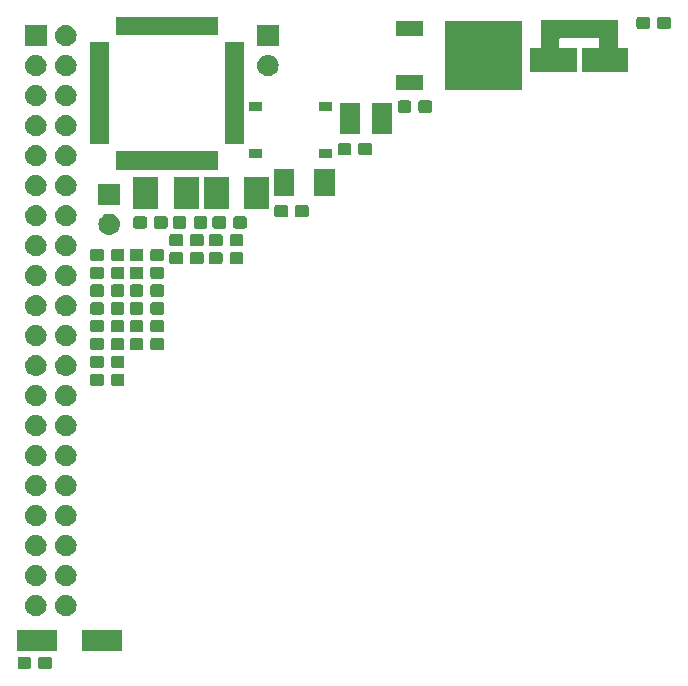
<source format=gbr>
G04 #@! TF.GenerationSoftware,KiCad,Pcbnew,5.0.2+dfsg1-1*
G04 #@! TF.CreationDate,2020-08-24T01:19:37-04:00*
G04 #@! TF.ProjectId,hardware,68617264-7761-4726-952e-6b696361645f,rev?*
G04 #@! TF.SameCoordinates,Original*
G04 #@! TF.FileFunction,Soldermask,Top*
G04 #@! TF.FilePolarity,Negative*
%FSLAX46Y46*%
G04 Gerber Fmt 4.6, Leading zero omitted, Abs format (unit mm)*
G04 Created by KiCad (PCBNEW 5.0.2+dfsg1-1) date Mon 24 Aug 2020 01:19:37 AM EDT*
%MOMM*%
%LPD*%
G01*
G04 APERTURE LIST*
%ADD10C,0.100000*%
G04 APERTURE END LIST*
D10*
G36*
X128739500Y-121733446D02*
X128776994Y-121744820D01*
X128811558Y-121763295D01*
X128841848Y-121788154D01*
X128866707Y-121818444D01*
X128885182Y-121853008D01*
X128896556Y-121890502D01*
X128901001Y-121935639D01*
X128901001Y-122574363D01*
X128896556Y-122619500D01*
X128885182Y-122656994D01*
X128866707Y-122691558D01*
X128841848Y-122721848D01*
X128811558Y-122746707D01*
X128776994Y-122765182D01*
X128739500Y-122776556D01*
X128694363Y-122781001D01*
X127955639Y-122781001D01*
X127910502Y-122776556D01*
X127873008Y-122765182D01*
X127838444Y-122746707D01*
X127808154Y-122721848D01*
X127783295Y-122691558D01*
X127764820Y-122656994D01*
X127753446Y-122619500D01*
X127749001Y-122574363D01*
X127749001Y-121935639D01*
X127753446Y-121890502D01*
X127764820Y-121853008D01*
X127783295Y-121818444D01*
X127808154Y-121788154D01*
X127838444Y-121763295D01*
X127873008Y-121744820D01*
X127910502Y-121733446D01*
X127955639Y-121729001D01*
X128694363Y-121729001D01*
X128739500Y-121733446D01*
X128739500Y-121733446D01*
G37*
G36*
X126989500Y-121733446D02*
X127026994Y-121744820D01*
X127061558Y-121763295D01*
X127091848Y-121788154D01*
X127116707Y-121818444D01*
X127135182Y-121853008D01*
X127146556Y-121890502D01*
X127151001Y-121935639D01*
X127151001Y-122574363D01*
X127146556Y-122619500D01*
X127135182Y-122656994D01*
X127116707Y-122691558D01*
X127091848Y-122721848D01*
X127061558Y-122746707D01*
X127026994Y-122765182D01*
X126989500Y-122776556D01*
X126944363Y-122781001D01*
X126205639Y-122781001D01*
X126160502Y-122776556D01*
X126123008Y-122765182D01*
X126088444Y-122746707D01*
X126058154Y-122721848D01*
X126033295Y-122691558D01*
X126014820Y-122656994D01*
X126003446Y-122619500D01*
X125999001Y-122574363D01*
X125999001Y-121935639D01*
X126003446Y-121890502D01*
X126014820Y-121853008D01*
X126033295Y-121818444D01*
X126058154Y-121788154D01*
X126088444Y-121763295D01*
X126123008Y-121744820D01*
X126160502Y-121733446D01*
X126205639Y-121729001D01*
X126944363Y-121729001D01*
X126989500Y-121733446D01*
X126989500Y-121733446D01*
G37*
G36*
X134856001Y-121236001D02*
X131454001Y-121236001D01*
X131454001Y-119434001D01*
X134856001Y-119434001D01*
X134856001Y-121236001D01*
X134856001Y-121236001D01*
G37*
G36*
X129356001Y-121236001D02*
X125954001Y-121236001D01*
X125954001Y-119434001D01*
X129356001Y-119434001D01*
X129356001Y-121236001D01*
X129356001Y-121236001D01*
G37*
G36*
X130205444Y-116500520D02*
X130271628Y-116507038D01*
X130384854Y-116541385D01*
X130441468Y-116558558D01*
X130580088Y-116632653D01*
X130597992Y-116642223D01*
X130633730Y-116671553D01*
X130735187Y-116754815D01*
X130818449Y-116856272D01*
X130847779Y-116892010D01*
X130847780Y-116892012D01*
X130931444Y-117048534D01*
X130931444Y-117048535D01*
X130982964Y-117218374D01*
X131000360Y-117395001D01*
X130982964Y-117571628D01*
X130948617Y-117684854D01*
X130931444Y-117741468D01*
X130857349Y-117880088D01*
X130847779Y-117897992D01*
X130818449Y-117933730D01*
X130735187Y-118035187D01*
X130633730Y-118118449D01*
X130597992Y-118147779D01*
X130597990Y-118147780D01*
X130441468Y-118231444D01*
X130384854Y-118248617D01*
X130271628Y-118282964D01*
X130205444Y-118289482D01*
X130139261Y-118296001D01*
X130050741Y-118296001D01*
X129984558Y-118289482D01*
X129918374Y-118282964D01*
X129805148Y-118248617D01*
X129748534Y-118231444D01*
X129592012Y-118147780D01*
X129592010Y-118147779D01*
X129556272Y-118118449D01*
X129454815Y-118035187D01*
X129371553Y-117933730D01*
X129342223Y-117897992D01*
X129332653Y-117880088D01*
X129258558Y-117741468D01*
X129241385Y-117684854D01*
X129207038Y-117571628D01*
X129189642Y-117395001D01*
X129207038Y-117218374D01*
X129258558Y-117048535D01*
X129258558Y-117048534D01*
X129342222Y-116892012D01*
X129342223Y-116892010D01*
X129371553Y-116856272D01*
X129454815Y-116754815D01*
X129556272Y-116671553D01*
X129592010Y-116642223D01*
X129609914Y-116632653D01*
X129748534Y-116558558D01*
X129805148Y-116541385D01*
X129918374Y-116507038D01*
X129984558Y-116500520D01*
X130050741Y-116494001D01*
X130139261Y-116494001D01*
X130205444Y-116500520D01*
X130205444Y-116500520D01*
G37*
G36*
X127665444Y-116500520D02*
X127731628Y-116507038D01*
X127844854Y-116541385D01*
X127901468Y-116558558D01*
X128040088Y-116632653D01*
X128057992Y-116642223D01*
X128093730Y-116671553D01*
X128195187Y-116754815D01*
X128278449Y-116856272D01*
X128307779Y-116892010D01*
X128307780Y-116892012D01*
X128391444Y-117048534D01*
X128391444Y-117048535D01*
X128442964Y-117218374D01*
X128460360Y-117395001D01*
X128442964Y-117571628D01*
X128408617Y-117684854D01*
X128391444Y-117741468D01*
X128317349Y-117880088D01*
X128307779Y-117897992D01*
X128278449Y-117933730D01*
X128195187Y-118035187D01*
X128093730Y-118118449D01*
X128057992Y-118147779D01*
X128057990Y-118147780D01*
X127901468Y-118231444D01*
X127844854Y-118248617D01*
X127731628Y-118282964D01*
X127665444Y-118289482D01*
X127599261Y-118296001D01*
X127510741Y-118296001D01*
X127444558Y-118289482D01*
X127378374Y-118282964D01*
X127265148Y-118248617D01*
X127208534Y-118231444D01*
X127052012Y-118147780D01*
X127052010Y-118147779D01*
X127016272Y-118118449D01*
X126914815Y-118035187D01*
X126831553Y-117933730D01*
X126802223Y-117897992D01*
X126792653Y-117880088D01*
X126718558Y-117741468D01*
X126701385Y-117684854D01*
X126667038Y-117571628D01*
X126649642Y-117395001D01*
X126667038Y-117218374D01*
X126718558Y-117048535D01*
X126718558Y-117048534D01*
X126802222Y-116892012D01*
X126802223Y-116892010D01*
X126831553Y-116856272D01*
X126914815Y-116754815D01*
X127016272Y-116671553D01*
X127052010Y-116642223D01*
X127069914Y-116632653D01*
X127208534Y-116558558D01*
X127265148Y-116541385D01*
X127378374Y-116507038D01*
X127444558Y-116500520D01*
X127510741Y-116494001D01*
X127599261Y-116494001D01*
X127665444Y-116500520D01*
X127665444Y-116500520D01*
G37*
G36*
X127665444Y-113960520D02*
X127731628Y-113967038D01*
X127844854Y-114001385D01*
X127901468Y-114018558D01*
X128040088Y-114092653D01*
X128057992Y-114102223D01*
X128093730Y-114131553D01*
X128195187Y-114214815D01*
X128278449Y-114316272D01*
X128307779Y-114352010D01*
X128307780Y-114352012D01*
X128391444Y-114508534D01*
X128391444Y-114508535D01*
X128442964Y-114678374D01*
X128460360Y-114855001D01*
X128442964Y-115031628D01*
X128408617Y-115144854D01*
X128391444Y-115201468D01*
X128317349Y-115340088D01*
X128307779Y-115357992D01*
X128278449Y-115393730D01*
X128195187Y-115495187D01*
X128093730Y-115578449D01*
X128057992Y-115607779D01*
X128057990Y-115607780D01*
X127901468Y-115691444D01*
X127844854Y-115708617D01*
X127731628Y-115742964D01*
X127665443Y-115749483D01*
X127599261Y-115756001D01*
X127510741Y-115756001D01*
X127444559Y-115749483D01*
X127378374Y-115742964D01*
X127265148Y-115708617D01*
X127208534Y-115691444D01*
X127052012Y-115607780D01*
X127052010Y-115607779D01*
X127016272Y-115578449D01*
X126914815Y-115495187D01*
X126831553Y-115393730D01*
X126802223Y-115357992D01*
X126792653Y-115340088D01*
X126718558Y-115201468D01*
X126701385Y-115144854D01*
X126667038Y-115031628D01*
X126649642Y-114855001D01*
X126667038Y-114678374D01*
X126718558Y-114508535D01*
X126718558Y-114508534D01*
X126802222Y-114352012D01*
X126802223Y-114352010D01*
X126831553Y-114316272D01*
X126914815Y-114214815D01*
X127016272Y-114131553D01*
X127052010Y-114102223D01*
X127069914Y-114092653D01*
X127208534Y-114018558D01*
X127265148Y-114001385D01*
X127378374Y-113967038D01*
X127444558Y-113960520D01*
X127510741Y-113954001D01*
X127599261Y-113954001D01*
X127665444Y-113960520D01*
X127665444Y-113960520D01*
G37*
G36*
X130205444Y-113960520D02*
X130271628Y-113967038D01*
X130384854Y-114001385D01*
X130441468Y-114018558D01*
X130580088Y-114092653D01*
X130597992Y-114102223D01*
X130633730Y-114131553D01*
X130735187Y-114214815D01*
X130818449Y-114316272D01*
X130847779Y-114352010D01*
X130847780Y-114352012D01*
X130931444Y-114508534D01*
X130931444Y-114508535D01*
X130982964Y-114678374D01*
X131000360Y-114855001D01*
X130982964Y-115031628D01*
X130948617Y-115144854D01*
X130931444Y-115201468D01*
X130857349Y-115340088D01*
X130847779Y-115357992D01*
X130818449Y-115393730D01*
X130735187Y-115495187D01*
X130633730Y-115578449D01*
X130597992Y-115607779D01*
X130597990Y-115607780D01*
X130441468Y-115691444D01*
X130384854Y-115708617D01*
X130271628Y-115742964D01*
X130205443Y-115749483D01*
X130139261Y-115756001D01*
X130050741Y-115756001D01*
X129984559Y-115749483D01*
X129918374Y-115742964D01*
X129805148Y-115708617D01*
X129748534Y-115691444D01*
X129592012Y-115607780D01*
X129592010Y-115607779D01*
X129556272Y-115578449D01*
X129454815Y-115495187D01*
X129371553Y-115393730D01*
X129342223Y-115357992D01*
X129332653Y-115340088D01*
X129258558Y-115201468D01*
X129241385Y-115144854D01*
X129207038Y-115031628D01*
X129189642Y-114855001D01*
X129207038Y-114678374D01*
X129258558Y-114508535D01*
X129258558Y-114508534D01*
X129342222Y-114352012D01*
X129342223Y-114352010D01*
X129371553Y-114316272D01*
X129454815Y-114214815D01*
X129556272Y-114131553D01*
X129592010Y-114102223D01*
X129609914Y-114092653D01*
X129748534Y-114018558D01*
X129805148Y-114001385D01*
X129918374Y-113967038D01*
X129984558Y-113960520D01*
X130050741Y-113954001D01*
X130139261Y-113954001D01*
X130205444Y-113960520D01*
X130205444Y-113960520D01*
G37*
G36*
X130205443Y-111420519D02*
X130271628Y-111427038D01*
X130384854Y-111461385D01*
X130441468Y-111478558D01*
X130580088Y-111552653D01*
X130597992Y-111562223D01*
X130633730Y-111591553D01*
X130735187Y-111674815D01*
X130818449Y-111776272D01*
X130847779Y-111812010D01*
X130847780Y-111812012D01*
X130931444Y-111968534D01*
X130931444Y-111968535D01*
X130982964Y-112138374D01*
X131000360Y-112315001D01*
X130982964Y-112491628D01*
X130948617Y-112604854D01*
X130931444Y-112661468D01*
X130857349Y-112800088D01*
X130847779Y-112817992D01*
X130818449Y-112853730D01*
X130735187Y-112955187D01*
X130633730Y-113038449D01*
X130597992Y-113067779D01*
X130597990Y-113067780D01*
X130441468Y-113151444D01*
X130384854Y-113168617D01*
X130271628Y-113202964D01*
X130205444Y-113209482D01*
X130139261Y-113216001D01*
X130050741Y-113216001D01*
X129984558Y-113209482D01*
X129918374Y-113202964D01*
X129805148Y-113168617D01*
X129748534Y-113151444D01*
X129592012Y-113067780D01*
X129592010Y-113067779D01*
X129556272Y-113038449D01*
X129454815Y-112955187D01*
X129371553Y-112853730D01*
X129342223Y-112817992D01*
X129332653Y-112800088D01*
X129258558Y-112661468D01*
X129241385Y-112604854D01*
X129207038Y-112491628D01*
X129189642Y-112315001D01*
X129207038Y-112138374D01*
X129258558Y-111968535D01*
X129258558Y-111968534D01*
X129342222Y-111812012D01*
X129342223Y-111812010D01*
X129371553Y-111776272D01*
X129454815Y-111674815D01*
X129556272Y-111591553D01*
X129592010Y-111562223D01*
X129609914Y-111552653D01*
X129748534Y-111478558D01*
X129805148Y-111461385D01*
X129918374Y-111427038D01*
X129984559Y-111420519D01*
X130050741Y-111414001D01*
X130139261Y-111414001D01*
X130205443Y-111420519D01*
X130205443Y-111420519D01*
G37*
G36*
X127665443Y-111420519D02*
X127731628Y-111427038D01*
X127844854Y-111461385D01*
X127901468Y-111478558D01*
X128040088Y-111552653D01*
X128057992Y-111562223D01*
X128093730Y-111591553D01*
X128195187Y-111674815D01*
X128278449Y-111776272D01*
X128307779Y-111812010D01*
X128307780Y-111812012D01*
X128391444Y-111968534D01*
X128391444Y-111968535D01*
X128442964Y-112138374D01*
X128460360Y-112315001D01*
X128442964Y-112491628D01*
X128408617Y-112604854D01*
X128391444Y-112661468D01*
X128317349Y-112800088D01*
X128307779Y-112817992D01*
X128278449Y-112853730D01*
X128195187Y-112955187D01*
X128093730Y-113038449D01*
X128057992Y-113067779D01*
X128057990Y-113067780D01*
X127901468Y-113151444D01*
X127844854Y-113168617D01*
X127731628Y-113202964D01*
X127665444Y-113209482D01*
X127599261Y-113216001D01*
X127510741Y-113216001D01*
X127444558Y-113209482D01*
X127378374Y-113202964D01*
X127265148Y-113168617D01*
X127208534Y-113151444D01*
X127052012Y-113067780D01*
X127052010Y-113067779D01*
X127016272Y-113038449D01*
X126914815Y-112955187D01*
X126831553Y-112853730D01*
X126802223Y-112817992D01*
X126792653Y-112800088D01*
X126718558Y-112661468D01*
X126701385Y-112604854D01*
X126667038Y-112491628D01*
X126649642Y-112315001D01*
X126667038Y-112138374D01*
X126718558Y-111968535D01*
X126718558Y-111968534D01*
X126802222Y-111812012D01*
X126802223Y-111812010D01*
X126831553Y-111776272D01*
X126914815Y-111674815D01*
X127016272Y-111591553D01*
X127052010Y-111562223D01*
X127069914Y-111552653D01*
X127208534Y-111478558D01*
X127265148Y-111461385D01*
X127378374Y-111427038D01*
X127444559Y-111420519D01*
X127510741Y-111414001D01*
X127599261Y-111414001D01*
X127665443Y-111420519D01*
X127665443Y-111420519D01*
G37*
G36*
X130205443Y-108880519D02*
X130271628Y-108887038D01*
X130384854Y-108921385D01*
X130441468Y-108938558D01*
X130580088Y-109012653D01*
X130597992Y-109022223D01*
X130633730Y-109051553D01*
X130735187Y-109134815D01*
X130818449Y-109236272D01*
X130847779Y-109272010D01*
X130847780Y-109272012D01*
X130931444Y-109428534D01*
X130931444Y-109428535D01*
X130982964Y-109598374D01*
X131000360Y-109775001D01*
X130982964Y-109951628D01*
X130948617Y-110064854D01*
X130931444Y-110121468D01*
X130857349Y-110260088D01*
X130847779Y-110277992D01*
X130818449Y-110313730D01*
X130735187Y-110415187D01*
X130633730Y-110498449D01*
X130597992Y-110527779D01*
X130597990Y-110527780D01*
X130441468Y-110611444D01*
X130384854Y-110628617D01*
X130271628Y-110662964D01*
X130205444Y-110669482D01*
X130139261Y-110676001D01*
X130050741Y-110676001D01*
X129984558Y-110669482D01*
X129918374Y-110662964D01*
X129805148Y-110628617D01*
X129748534Y-110611444D01*
X129592012Y-110527780D01*
X129592010Y-110527779D01*
X129556272Y-110498449D01*
X129454815Y-110415187D01*
X129371553Y-110313730D01*
X129342223Y-110277992D01*
X129332653Y-110260088D01*
X129258558Y-110121468D01*
X129241385Y-110064854D01*
X129207038Y-109951628D01*
X129189642Y-109775001D01*
X129207038Y-109598374D01*
X129258558Y-109428535D01*
X129258558Y-109428534D01*
X129342222Y-109272012D01*
X129342223Y-109272010D01*
X129371553Y-109236272D01*
X129454815Y-109134815D01*
X129556272Y-109051553D01*
X129592010Y-109022223D01*
X129609914Y-109012653D01*
X129748534Y-108938558D01*
X129805148Y-108921385D01*
X129918374Y-108887038D01*
X129984559Y-108880519D01*
X130050741Y-108874001D01*
X130139261Y-108874001D01*
X130205443Y-108880519D01*
X130205443Y-108880519D01*
G37*
G36*
X127665443Y-108880519D02*
X127731628Y-108887038D01*
X127844854Y-108921385D01*
X127901468Y-108938558D01*
X128040088Y-109012653D01*
X128057992Y-109022223D01*
X128093730Y-109051553D01*
X128195187Y-109134815D01*
X128278449Y-109236272D01*
X128307779Y-109272010D01*
X128307780Y-109272012D01*
X128391444Y-109428534D01*
X128391444Y-109428535D01*
X128442964Y-109598374D01*
X128460360Y-109775001D01*
X128442964Y-109951628D01*
X128408617Y-110064854D01*
X128391444Y-110121468D01*
X128317349Y-110260088D01*
X128307779Y-110277992D01*
X128278449Y-110313730D01*
X128195187Y-110415187D01*
X128093730Y-110498449D01*
X128057992Y-110527779D01*
X128057990Y-110527780D01*
X127901468Y-110611444D01*
X127844854Y-110628617D01*
X127731628Y-110662964D01*
X127665444Y-110669482D01*
X127599261Y-110676001D01*
X127510741Y-110676001D01*
X127444558Y-110669482D01*
X127378374Y-110662964D01*
X127265148Y-110628617D01*
X127208534Y-110611444D01*
X127052012Y-110527780D01*
X127052010Y-110527779D01*
X127016272Y-110498449D01*
X126914815Y-110415187D01*
X126831553Y-110313730D01*
X126802223Y-110277992D01*
X126792653Y-110260088D01*
X126718558Y-110121468D01*
X126701385Y-110064854D01*
X126667038Y-109951628D01*
X126649642Y-109775001D01*
X126667038Y-109598374D01*
X126718558Y-109428535D01*
X126718558Y-109428534D01*
X126802222Y-109272012D01*
X126802223Y-109272010D01*
X126831553Y-109236272D01*
X126914815Y-109134815D01*
X127016272Y-109051553D01*
X127052010Y-109022223D01*
X127069914Y-109012653D01*
X127208534Y-108938558D01*
X127265148Y-108921385D01*
X127378374Y-108887038D01*
X127444559Y-108880519D01*
X127510741Y-108874001D01*
X127599261Y-108874001D01*
X127665443Y-108880519D01*
X127665443Y-108880519D01*
G37*
G36*
X130205443Y-106340519D02*
X130271628Y-106347038D01*
X130384854Y-106381385D01*
X130441468Y-106398558D01*
X130580088Y-106472653D01*
X130597992Y-106482223D01*
X130633730Y-106511553D01*
X130735187Y-106594815D01*
X130818449Y-106696272D01*
X130847779Y-106732010D01*
X130847780Y-106732012D01*
X130931444Y-106888534D01*
X130931444Y-106888535D01*
X130982964Y-107058374D01*
X131000360Y-107235001D01*
X130982964Y-107411628D01*
X130948617Y-107524854D01*
X130931444Y-107581468D01*
X130857349Y-107720088D01*
X130847779Y-107737992D01*
X130818449Y-107773730D01*
X130735187Y-107875187D01*
X130633730Y-107958449D01*
X130597992Y-107987779D01*
X130597990Y-107987780D01*
X130441468Y-108071444D01*
X130384854Y-108088617D01*
X130271628Y-108122964D01*
X130205443Y-108129483D01*
X130139261Y-108136001D01*
X130050741Y-108136001D01*
X129984559Y-108129483D01*
X129918374Y-108122964D01*
X129805148Y-108088617D01*
X129748534Y-108071444D01*
X129592012Y-107987780D01*
X129592010Y-107987779D01*
X129556272Y-107958449D01*
X129454815Y-107875187D01*
X129371553Y-107773730D01*
X129342223Y-107737992D01*
X129332653Y-107720088D01*
X129258558Y-107581468D01*
X129241385Y-107524854D01*
X129207038Y-107411628D01*
X129189642Y-107235001D01*
X129207038Y-107058374D01*
X129258558Y-106888535D01*
X129258558Y-106888534D01*
X129342222Y-106732012D01*
X129342223Y-106732010D01*
X129371553Y-106696272D01*
X129454815Y-106594815D01*
X129556272Y-106511553D01*
X129592010Y-106482223D01*
X129609914Y-106472653D01*
X129748534Y-106398558D01*
X129805148Y-106381385D01*
X129918374Y-106347038D01*
X129984559Y-106340519D01*
X130050741Y-106334001D01*
X130139261Y-106334001D01*
X130205443Y-106340519D01*
X130205443Y-106340519D01*
G37*
G36*
X127665443Y-106340519D02*
X127731628Y-106347038D01*
X127844854Y-106381385D01*
X127901468Y-106398558D01*
X128040088Y-106472653D01*
X128057992Y-106482223D01*
X128093730Y-106511553D01*
X128195187Y-106594815D01*
X128278449Y-106696272D01*
X128307779Y-106732010D01*
X128307780Y-106732012D01*
X128391444Y-106888534D01*
X128391444Y-106888535D01*
X128442964Y-107058374D01*
X128460360Y-107235001D01*
X128442964Y-107411628D01*
X128408617Y-107524854D01*
X128391444Y-107581468D01*
X128317349Y-107720088D01*
X128307779Y-107737992D01*
X128278449Y-107773730D01*
X128195187Y-107875187D01*
X128093730Y-107958449D01*
X128057992Y-107987779D01*
X128057990Y-107987780D01*
X127901468Y-108071444D01*
X127844854Y-108088617D01*
X127731628Y-108122964D01*
X127665443Y-108129483D01*
X127599261Y-108136001D01*
X127510741Y-108136001D01*
X127444559Y-108129483D01*
X127378374Y-108122964D01*
X127265148Y-108088617D01*
X127208534Y-108071444D01*
X127052012Y-107987780D01*
X127052010Y-107987779D01*
X127016272Y-107958449D01*
X126914815Y-107875187D01*
X126831553Y-107773730D01*
X126802223Y-107737992D01*
X126792653Y-107720088D01*
X126718558Y-107581468D01*
X126701385Y-107524854D01*
X126667038Y-107411628D01*
X126649642Y-107235001D01*
X126667038Y-107058374D01*
X126718558Y-106888535D01*
X126718558Y-106888534D01*
X126802222Y-106732012D01*
X126802223Y-106732010D01*
X126831553Y-106696272D01*
X126914815Y-106594815D01*
X127016272Y-106511553D01*
X127052010Y-106482223D01*
X127069914Y-106472653D01*
X127208534Y-106398558D01*
X127265148Y-106381385D01*
X127378374Y-106347038D01*
X127444559Y-106340519D01*
X127510741Y-106334001D01*
X127599261Y-106334001D01*
X127665443Y-106340519D01*
X127665443Y-106340519D01*
G37*
G36*
X130205444Y-103800520D02*
X130271628Y-103807038D01*
X130384854Y-103841385D01*
X130441468Y-103858558D01*
X130580088Y-103932653D01*
X130597992Y-103942223D01*
X130633730Y-103971553D01*
X130735187Y-104054815D01*
X130818449Y-104156272D01*
X130847779Y-104192010D01*
X130847780Y-104192012D01*
X130931444Y-104348534D01*
X130931444Y-104348535D01*
X130982964Y-104518374D01*
X131000360Y-104695001D01*
X130982964Y-104871628D01*
X130948617Y-104984854D01*
X130931444Y-105041468D01*
X130857349Y-105180088D01*
X130847779Y-105197992D01*
X130818449Y-105233730D01*
X130735187Y-105335187D01*
X130633730Y-105418449D01*
X130597992Y-105447779D01*
X130597990Y-105447780D01*
X130441468Y-105531444D01*
X130384854Y-105548617D01*
X130271628Y-105582964D01*
X130205444Y-105589482D01*
X130139261Y-105596001D01*
X130050741Y-105596001D01*
X129984558Y-105589482D01*
X129918374Y-105582964D01*
X129805148Y-105548617D01*
X129748534Y-105531444D01*
X129592012Y-105447780D01*
X129592010Y-105447779D01*
X129556272Y-105418449D01*
X129454815Y-105335187D01*
X129371553Y-105233730D01*
X129342223Y-105197992D01*
X129332653Y-105180088D01*
X129258558Y-105041468D01*
X129241385Y-104984854D01*
X129207038Y-104871628D01*
X129189642Y-104695001D01*
X129207038Y-104518374D01*
X129258558Y-104348535D01*
X129258558Y-104348534D01*
X129342222Y-104192012D01*
X129342223Y-104192010D01*
X129371553Y-104156272D01*
X129454815Y-104054815D01*
X129556272Y-103971553D01*
X129592010Y-103942223D01*
X129609914Y-103932653D01*
X129748534Y-103858558D01*
X129805148Y-103841385D01*
X129918374Y-103807038D01*
X129984558Y-103800520D01*
X130050741Y-103794001D01*
X130139261Y-103794001D01*
X130205444Y-103800520D01*
X130205444Y-103800520D01*
G37*
G36*
X127665444Y-103800520D02*
X127731628Y-103807038D01*
X127844854Y-103841385D01*
X127901468Y-103858558D01*
X128040088Y-103932653D01*
X128057992Y-103942223D01*
X128093730Y-103971553D01*
X128195187Y-104054815D01*
X128278449Y-104156272D01*
X128307779Y-104192010D01*
X128307780Y-104192012D01*
X128391444Y-104348534D01*
X128391444Y-104348535D01*
X128442964Y-104518374D01*
X128460360Y-104695001D01*
X128442964Y-104871628D01*
X128408617Y-104984854D01*
X128391444Y-105041468D01*
X128317349Y-105180088D01*
X128307779Y-105197992D01*
X128278449Y-105233730D01*
X128195187Y-105335187D01*
X128093730Y-105418449D01*
X128057992Y-105447779D01*
X128057990Y-105447780D01*
X127901468Y-105531444D01*
X127844854Y-105548617D01*
X127731628Y-105582964D01*
X127665444Y-105589482D01*
X127599261Y-105596001D01*
X127510741Y-105596001D01*
X127444558Y-105589482D01*
X127378374Y-105582964D01*
X127265148Y-105548617D01*
X127208534Y-105531444D01*
X127052012Y-105447780D01*
X127052010Y-105447779D01*
X127016272Y-105418449D01*
X126914815Y-105335187D01*
X126831553Y-105233730D01*
X126802223Y-105197992D01*
X126792653Y-105180088D01*
X126718558Y-105041468D01*
X126701385Y-104984854D01*
X126667038Y-104871628D01*
X126649642Y-104695001D01*
X126667038Y-104518374D01*
X126718558Y-104348535D01*
X126718558Y-104348534D01*
X126802222Y-104192012D01*
X126802223Y-104192010D01*
X126831553Y-104156272D01*
X126914815Y-104054815D01*
X127016272Y-103971553D01*
X127052010Y-103942223D01*
X127069914Y-103932653D01*
X127208534Y-103858558D01*
X127265148Y-103841385D01*
X127378374Y-103807038D01*
X127444558Y-103800520D01*
X127510741Y-103794001D01*
X127599261Y-103794001D01*
X127665444Y-103800520D01*
X127665444Y-103800520D01*
G37*
G36*
X130205444Y-101260520D02*
X130271628Y-101267038D01*
X130384854Y-101301385D01*
X130441468Y-101318558D01*
X130580088Y-101392653D01*
X130597992Y-101402223D01*
X130633730Y-101431553D01*
X130735187Y-101514815D01*
X130818449Y-101616272D01*
X130847779Y-101652010D01*
X130847780Y-101652012D01*
X130931444Y-101808534D01*
X130931444Y-101808535D01*
X130982964Y-101978374D01*
X131000360Y-102155001D01*
X130982964Y-102331628D01*
X130948617Y-102444854D01*
X130931444Y-102501468D01*
X130857349Y-102640088D01*
X130847779Y-102657992D01*
X130818449Y-102693730D01*
X130735187Y-102795187D01*
X130633730Y-102878449D01*
X130597992Y-102907779D01*
X130597990Y-102907780D01*
X130441468Y-102991444D01*
X130384854Y-103008617D01*
X130271628Y-103042964D01*
X130205444Y-103049482D01*
X130139261Y-103056001D01*
X130050741Y-103056001D01*
X129984558Y-103049482D01*
X129918374Y-103042964D01*
X129805148Y-103008617D01*
X129748534Y-102991444D01*
X129592012Y-102907780D01*
X129592010Y-102907779D01*
X129556272Y-102878449D01*
X129454815Y-102795187D01*
X129371553Y-102693730D01*
X129342223Y-102657992D01*
X129332653Y-102640088D01*
X129258558Y-102501468D01*
X129241385Y-102444854D01*
X129207038Y-102331628D01*
X129189642Y-102155001D01*
X129207038Y-101978374D01*
X129258558Y-101808535D01*
X129258558Y-101808534D01*
X129342222Y-101652012D01*
X129342223Y-101652010D01*
X129371553Y-101616272D01*
X129454815Y-101514815D01*
X129556272Y-101431553D01*
X129592010Y-101402223D01*
X129609914Y-101392653D01*
X129748534Y-101318558D01*
X129805148Y-101301385D01*
X129918374Y-101267038D01*
X129984559Y-101260519D01*
X130050741Y-101254001D01*
X130139261Y-101254001D01*
X130205444Y-101260520D01*
X130205444Y-101260520D01*
G37*
G36*
X127665444Y-101260520D02*
X127731628Y-101267038D01*
X127844854Y-101301385D01*
X127901468Y-101318558D01*
X128040088Y-101392653D01*
X128057992Y-101402223D01*
X128093730Y-101431553D01*
X128195187Y-101514815D01*
X128278449Y-101616272D01*
X128307779Y-101652010D01*
X128307780Y-101652012D01*
X128391444Y-101808534D01*
X128391444Y-101808535D01*
X128442964Y-101978374D01*
X128460360Y-102155001D01*
X128442964Y-102331628D01*
X128408617Y-102444854D01*
X128391444Y-102501468D01*
X128317349Y-102640088D01*
X128307779Y-102657992D01*
X128278449Y-102693730D01*
X128195187Y-102795187D01*
X128093730Y-102878449D01*
X128057992Y-102907779D01*
X128057990Y-102907780D01*
X127901468Y-102991444D01*
X127844854Y-103008617D01*
X127731628Y-103042964D01*
X127665444Y-103049482D01*
X127599261Y-103056001D01*
X127510741Y-103056001D01*
X127444558Y-103049482D01*
X127378374Y-103042964D01*
X127265148Y-103008617D01*
X127208534Y-102991444D01*
X127052012Y-102907780D01*
X127052010Y-102907779D01*
X127016272Y-102878449D01*
X126914815Y-102795187D01*
X126831553Y-102693730D01*
X126802223Y-102657992D01*
X126792653Y-102640088D01*
X126718558Y-102501468D01*
X126701385Y-102444854D01*
X126667038Y-102331628D01*
X126649642Y-102155001D01*
X126667038Y-101978374D01*
X126718558Y-101808535D01*
X126718558Y-101808534D01*
X126802222Y-101652012D01*
X126802223Y-101652010D01*
X126831553Y-101616272D01*
X126914815Y-101514815D01*
X127016272Y-101431553D01*
X127052010Y-101402223D01*
X127069914Y-101392653D01*
X127208534Y-101318558D01*
X127265148Y-101301385D01*
X127378374Y-101267038D01*
X127444559Y-101260519D01*
X127510741Y-101254001D01*
X127599261Y-101254001D01*
X127665444Y-101260520D01*
X127665444Y-101260520D01*
G37*
G36*
X130205444Y-98720520D02*
X130271628Y-98727038D01*
X130384854Y-98761385D01*
X130441468Y-98778558D01*
X130580088Y-98852653D01*
X130597992Y-98862223D01*
X130633730Y-98891553D01*
X130735187Y-98974815D01*
X130818449Y-99076272D01*
X130847779Y-99112010D01*
X130847780Y-99112012D01*
X130931444Y-99268534D01*
X130931444Y-99268535D01*
X130982964Y-99438374D01*
X131000360Y-99615001D01*
X130982964Y-99791628D01*
X130948617Y-99904854D01*
X130931444Y-99961468D01*
X130857349Y-100100088D01*
X130847779Y-100117992D01*
X130818449Y-100153730D01*
X130735187Y-100255187D01*
X130633730Y-100338449D01*
X130597992Y-100367779D01*
X130597990Y-100367780D01*
X130441468Y-100451444D01*
X130384854Y-100468617D01*
X130271628Y-100502964D01*
X130205443Y-100509483D01*
X130139261Y-100516001D01*
X130050741Y-100516001D01*
X129984558Y-100509482D01*
X129918374Y-100502964D01*
X129805148Y-100468617D01*
X129748534Y-100451444D01*
X129592012Y-100367780D01*
X129592010Y-100367779D01*
X129556272Y-100338449D01*
X129454815Y-100255187D01*
X129371553Y-100153730D01*
X129342223Y-100117992D01*
X129332653Y-100100088D01*
X129258558Y-99961468D01*
X129241385Y-99904854D01*
X129207038Y-99791628D01*
X129189642Y-99615001D01*
X129207038Y-99438374D01*
X129258558Y-99268535D01*
X129258558Y-99268534D01*
X129342222Y-99112012D01*
X129342223Y-99112010D01*
X129371553Y-99076272D01*
X129454815Y-98974815D01*
X129556272Y-98891553D01*
X129592010Y-98862223D01*
X129609914Y-98852653D01*
X129748534Y-98778558D01*
X129805148Y-98761385D01*
X129918374Y-98727038D01*
X129984559Y-98720519D01*
X130050741Y-98714001D01*
X130139261Y-98714001D01*
X130205444Y-98720520D01*
X130205444Y-98720520D01*
G37*
G36*
X127665444Y-98720520D02*
X127731628Y-98727038D01*
X127844854Y-98761385D01*
X127901468Y-98778558D01*
X128040088Y-98852653D01*
X128057992Y-98862223D01*
X128093730Y-98891553D01*
X128195187Y-98974815D01*
X128278449Y-99076272D01*
X128307779Y-99112010D01*
X128307780Y-99112012D01*
X128391444Y-99268534D01*
X128391444Y-99268535D01*
X128442964Y-99438374D01*
X128460360Y-99615001D01*
X128442964Y-99791628D01*
X128408617Y-99904854D01*
X128391444Y-99961468D01*
X128317349Y-100100088D01*
X128307779Y-100117992D01*
X128278449Y-100153730D01*
X128195187Y-100255187D01*
X128093730Y-100338449D01*
X128057992Y-100367779D01*
X128057990Y-100367780D01*
X127901468Y-100451444D01*
X127844854Y-100468617D01*
X127731628Y-100502964D01*
X127665443Y-100509483D01*
X127599261Y-100516001D01*
X127510741Y-100516001D01*
X127444558Y-100509482D01*
X127378374Y-100502964D01*
X127265148Y-100468617D01*
X127208534Y-100451444D01*
X127052012Y-100367780D01*
X127052010Y-100367779D01*
X127016272Y-100338449D01*
X126914815Y-100255187D01*
X126831553Y-100153730D01*
X126802223Y-100117992D01*
X126792653Y-100100088D01*
X126718558Y-99961468D01*
X126701385Y-99904854D01*
X126667038Y-99791628D01*
X126649642Y-99615001D01*
X126667038Y-99438374D01*
X126718558Y-99268535D01*
X126718558Y-99268534D01*
X126802222Y-99112012D01*
X126802223Y-99112010D01*
X126831553Y-99076272D01*
X126914815Y-98974815D01*
X127016272Y-98891553D01*
X127052010Y-98862223D01*
X127069914Y-98852653D01*
X127208534Y-98778558D01*
X127265148Y-98761385D01*
X127378374Y-98727038D01*
X127444559Y-98720519D01*
X127510741Y-98714001D01*
X127599261Y-98714001D01*
X127665444Y-98720520D01*
X127665444Y-98720520D01*
G37*
G36*
X133144500Y-97763446D02*
X133181994Y-97774820D01*
X133216558Y-97793295D01*
X133246848Y-97818154D01*
X133271707Y-97848444D01*
X133290182Y-97883008D01*
X133301556Y-97920502D01*
X133306001Y-97965639D01*
X133306001Y-98604363D01*
X133301556Y-98649500D01*
X133290182Y-98686994D01*
X133271707Y-98721558D01*
X133246848Y-98751848D01*
X133216558Y-98776707D01*
X133181994Y-98795182D01*
X133144500Y-98806556D01*
X133099363Y-98811001D01*
X132360639Y-98811001D01*
X132315502Y-98806556D01*
X132278008Y-98795182D01*
X132243444Y-98776707D01*
X132213154Y-98751848D01*
X132188295Y-98721558D01*
X132169820Y-98686994D01*
X132158446Y-98649500D01*
X132154001Y-98604363D01*
X132154001Y-97965639D01*
X132158446Y-97920502D01*
X132169820Y-97883008D01*
X132188295Y-97848444D01*
X132213154Y-97818154D01*
X132243444Y-97793295D01*
X132278008Y-97774820D01*
X132315502Y-97763446D01*
X132360639Y-97759001D01*
X133099363Y-97759001D01*
X133144500Y-97763446D01*
X133144500Y-97763446D01*
G37*
G36*
X134894500Y-97763446D02*
X134931994Y-97774820D01*
X134966558Y-97793295D01*
X134996848Y-97818154D01*
X135021707Y-97848444D01*
X135040182Y-97883008D01*
X135051556Y-97920502D01*
X135056001Y-97965639D01*
X135056001Y-98604363D01*
X135051556Y-98649500D01*
X135040182Y-98686994D01*
X135021707Y-98721558D01*
X134996848Y-98751848D01*
X134966558Y-98776707D01*
X134931994Y-98795182D01*
X134894500Y-98806556D01*
X134849363Y-98811001D01*
X134110639Y-98811001D01*
X134065502Y-98806556D01*
X134028008Y-98795182D01*
X133993444Y-98776707D01*
X133963154Y-98751848D01*
X133938295Y-98721558D01*
X133919820Y-98686994D01*
X133908446Y-98649500D01*
X133904001Y-98604363D01*
X133904001Y-97965639D01*
X133908446Y-97920502D01*
X133919820Y-97883008D01*
X133938295Y-97848444D01*
X133963154Y-97818154D01*
X133993444Y-97793295D01*
X134028008Y-97774820D01*
X134065502Y-97763446D01*
X134110639Y-97759001D01*
X134849363Y-97759001D01*
X134894500Y-97763446D01*
X134894500Y-97763446D01*
G37*
G36*
X130205443Y-96180519D02*
X130271628Y-96187038D01*
X130384854Y-96221385D01*
X130441468Y-96238558D01*
X130543926Y-96293324D01*
X130597992Y-96322223D01*
X130602633Y-96326032D01*
X130735187Y-96434815D01*
X130798531Y-96512001D01*
X130847779Y-96572010D01*
X130847780Y-96572012D01*
X130931444Y-96728534D01*
X130931444Y-96728535D01*
X130982964Y-96898374D01*
X131000360Y-97075001D01*
X130982964Y-97251628D01*
X130969335Y-97296556D01*
X130931444Y-97421468D01*
X130857349Y-97560088D01*
X130847779Y-97577992D01*
X130818449Y-97613730D01*
X130735187Y-97715187D01*
X130640011Y-97793295D01*
X130597992Y-97827779D01*
X130597990Y-97827780D01*
X130441468Y-97911444D01*
X130411607Y-97920502D01*
X130271628Y-97962964D01*
X130205444Y-97969482D01*
X130139261Y-97976001D01*
X130050741Y-97976001D01*
X129984559Y-97969483D01*
X129918374Y-97962964D01*
X129778395Y-97920502D01*
X129748534Y-97911444D01*
X129592012Y-97827780D01*
X129592010Y-97827779D01*
X129549991Y-97793295D01*
X129454815Y-97715187D01*
X129371553Y-97613730D01*
X129342223Y-97577992D01*
X129332653Y-97560088D01*
X129258558Y-97421468D01*
X129220667Y-97296556D01*
X129207038Y-97251628D01*
X129189642Y-97075001D01*
X129207038Y-96898374D01*
X129258558Y-96728535D01*
X129258558Y-96728534D01*
X129342222Y-96572012D01*
X129342223Y-96572010D01*
X129391471Y-96512001D01*
X129454815Y-96434815D01*
X129587369Y-96326032D01*
X129592010Y-96322223D01*
X129646076Y-96293324D01*
X129748534Y-96238558D01*
X129805148Y-96221385D01*
X129918374Y-96187038D01*
X129984558Y-96180520D01*
X130050741Y-96174001D01*
X130139261Y-96174001D01*
X130205443Y-96180519D01*
X130205443Y-96180519D01*
G37*
G36*
X127665443Y-96180519D02*
X127731628Y-96187038D01*
X127844854Y-96221385D01*
X127901468Y-96238558D01*
X128003926Y-96293324D01*
X128057992Y-96322223D01*
X128062633Y-96326032D01*
X128195187Y-96434815D01*
X128258531Y-96512001D01*
X128307779Y-96572010D01*
X128307780Y-96572012D01*
X128391444Y-96728534D01*
X128391444Y-96728535D01*
X128442964Y-96898374D01*
X128460360Y-97075001D01*
X128442964Y-97251628D01*
X128429335Y-97296556D01*
X128391444Y-97421468D01*
X128317349Y-97560088D01*
X128307779Y-97577992D01*
X128278449Y-97613730D01*
X128195187Y-97715187D01*
X128100011Y-97793295D01*
X128057992Y-97827779D01*
X128057990Y-97827780D01*
X127901468Y-97911444D01*
X127871607Y-97920502D01*
X127731628Y-97962964D01*
X127665444Y-97969482D01*
X127599261Y-97976001D01*
X127510741Y-97976001D01*
X127444559Y-97969483D01*
X127378374Y-97962964D01*
X127238395Y-97920502D01*
X127208534Y-97911444D01*
X127052012Y-97827780D01*
X127052010Y-97827779D01*
X127009991Y-97793295D01*
X126914815Y-97715187D01*
X126831553Y-97613730D01*
X126802223Y-97577992D01*
X126792653Y-97560088D01*
X126718558Y-97421468D01*
X126680667Y-97296556D01*
X126667038Y-97251628D01*
X126649642Y-97075001D01*
X126667038Y-96898374D01*
X126718558Y-96728535D01*
X126718558Y-96728534D01*
X126802222Y-96572012D01*
X126802223Y-96572010D01*
X126851471Y-96512001D01*
X126914815Y-96434815D01*
X127047369Y-96326032D01*
X127052010Y-96322223D01*
X127106076Y-96293324D01*
X127208534Y-96238558D01*
X127265148Y-96221385D01*
X127378374Y-96187038D01*
X127444558Y-96180520D01*
X127510741Y-96174001D01*
X127599261Y-96174001D01*
X127665443Y-96180519D01*
X127665443Y-96180519D01*
G37*
G36*
X134894500Y-96253446D02*
X134931994Y-96264820D01*
X134966558Y-96283295D01*
X134996848Y-96308154D01*
X135021707Y-96338444D01*
X135040182Y-96373008D01*
X135051556Y-96410502D01*
X135056001Y-96455639D01*
X135056001Y-97094363D01*
X135051556Y-97139500D01*
X135040182Y-97176994D01*
X135021707Y-97211558D01*
X134996848Y-97241848D01*
X134966558Y-97266707D01*
X134931994Y-97285182D01*
X134894500Y-97296556D01*
X134849363Y-97301001D01*
X134110639Y-97301001D01*
X134065502Y-97296556D01*
X134028008Y-97285182D01*
X133993444Y-97266707D01*
X133963154Y-97241848D01*
X133938295Y-97211558D01*
X133919820Y-97176994D01*
X133908446Y-97139500D01*
X133904001Y-97094363D01*
X133904001Y-96455639D01*
X133908446Y-96410502D01*
X133919820Y-96373008D01*
X133938295Y-96338444D01*
X133963154Y-96308154D01*
X133993444Y-96283295D01*
X134028008Y-96264820D01*
X134065502Y-96253446D01*
X134110639Y-96249001D01*
X134849363Y-96249001D01*
X134894500Y-96253446D01*
X134894500Y-96253446D01*
G37*
G36*
X133144500Y-96253446D02*
X133181994Y-96264820D01*
X133216558Y-96283295D01*
X133246848Y-96308154D01*
X133271707Y-96338444D01*
X133290182Y-96373008D01*
X133301556Y-96410502D01*
X133306001Y-96455639D01*
X133306001Y-97094363D01*
X133301556Y-97139500D01*
X133290182Y-97176994D01*
X133271707Y-97211558D01*
X133246848Y-97241848D01*
X133216558Y-97266707D01*
X133181994Y-97285182D01*
X133144500Y-97296556D01*
X133099363Y-97301001D01*
X132360639Y-97301001D01*
X132315502Y-97296556D01*
X132278008Y-97285182D01*
X132243444Y-97266707D01*
X132213154Y-97241848D01*
X132188295Y-97211558D01*
X132169820Y-97176994D01*
X132158446Y-97139500D01*
X132154001Y-97094363D01*
X132154001Y-96455639D01*
X132158446Y-96410502D01*
X132169820Y-96373008D01*
X132188295Y-96338444D01*
X132213154Y-96308154D01*
X132243444Y-96283295D01*
X132278008Y-96264820D01*
X132315502Y-96253446D01*
X132360639Y-96249001D01*
X133099363Y-96249001D01*
X133144500Y-96253446D01*
X133144500Y-96253446D01*
G37*
G36*
X136494500Y-94743446D02*
X136531994Y-94754820D01*
X136566558Y-94773295D01*
X136596848Y-94798154D01*
X136621707Y-94828444D01*
X136640182Y-94863008D01*
X136651556Y-94900502D01*
X136656001Y-94945639D01*
X136656001Y-95584363D01*
X136651556Y-95629500D01*
X136640182Y-95666994D01*
X136621707Y-95701558D01*
X136596848Y-95731848D01*
X136566558Y-95756707D01*
X136531994Y-95775182D01*
X136494500Y-95786556D01*
X136449363Y-95791001D01*
X135710639Y-95791001D01*
X135665502Y-95786556D01*
X135628008Y-95775182D01*
X135593444Y-95756707D01*
X135563154Y-95731848D01*
X135538295Y-95701558D01*
X135519820Y-95666994D01*
X135508446Y-95629500D01*
X135504001Y-95584363D01*
X135504001Y-94945639D01*
X135508446Y-94900502D01*
X135519820Y-94863008D01*
X135538295Y-94828444D01*
X135563154Y-94798154D01*
X135593444Y-94773295D01*
X135628008Y-94754820D01*
X135665502Y-94743446D01*
X135710639Y-94739001D01*
X136449363Y-94739001D01*
X136494500Y-94743446D01*
X136494500Y-94743446D01*
G37*
G36*
X138244500Y-94743446D02*
X138281994Y-94754820D01*
X138316558Y-94773295D01*
X138346848Y-94798154D01*
X138371707Y-94828444D01*
X138390182Y-94863008D01*
X138401556Y-94900502D01*
X138406001Y-94945639D01*
X138406001Y-95584363D01*
X138401556Y-95629500D01*
X138390182Y-95666994D01*
X138371707Y-95701558D01*
X138346848Y-95731848D01*
X138316558Y-95756707D01*
X138281994Y-95775182D01*
X138244500Y-95786556D01*
X138199363Y-95791001D01*
X137460639Y-95791001D01*
X137415502Y-95786556D01*
X137378008Y-95775182D01*
X137343444Y-95756707D01*
X137313154Y-95731848D01*
X137288295Y-95701558D01*
X137269820Y-95666994D01*
X137258446Y-95629500D01*
X137254001Y-95584363D01*
X137254001Y-94945639D01*
X137258446Y-94900502D01*
X137269820Y-94863008D01*
X137288295Y-94828444D01*
X137313154Y-94798154D01*
X137343444Y-94773295D01*
X137378008Y-94754820D01*
X137415502Y-94743446D01*
X137460639Y-94739001D01*
X138199363Y-94739001D01*
X138244500Y-94743446D01*
X138244500Y-94743446D01*
G37*
G36*
X134894500Y-94743446D02*
X134931994Y-94754820D01*
X134966558Y-94773295D01*
X134996848Y-94798154D01*
X135021707Y-94828444D01*
X135040182Y-94863008D01*
X135051556Y-94900502D01*
X135056001Y-94945639D01*
X135056001Y-95584363D01*
X135051556Y-95629500D01*
X135040182Y-95666994D01*
X135021707Y-95701558D01*
X134996848Y-95731848D01*
X134966558Y-95756707D01*
X134931994Y-95775182D01*
X134894500Y-95786556D01*
X134849363Y-95791001D01*
X134110639Y-95791001D01*
X134065502Y-95786556D01*
X134028008Y-95775182D01*
X133993444Y-95756707D01*
X133963154Y-95731848D01*
X133938295Y-95701558D01*
X133919820Y-95666994D01*
X133908446Y-95629500D01*
X133904001Y-95584363D01*
X133904001Y-94945639D01*
X133908446Y-94900502D01*
X133919820Y-94863008D01*
X133938295Y-94828444D01*
X133963154Y-94798154D01*
X133993444Y-94773295D01*
X134028008Y-94754820D01*
X134065502Y-94743446D01*
X134110639Y-94739001D01*
X134849363Y-94739001D01*
X134894500Y-94743446D01*
X134894500Y-94743446D01*
G37*
G36*
X133144500Y-94743446D02*
X133181994Y-94754820D01*
X133216558Y-94773295D01*
X133246848Y-94798154D01*
X133271707Y-94828444D01*
X133290182Y-94863008D01*
X133301556Y-94900502D01*
X133306001Y-94945639D01*
X133306001Y-95584363D01*
X133301556Y-95629500D01*
X133290182Y-95666994D01*
X133271707Y-95701558D01*
X133246848Y-95731848D01*
X133216558Y-95756707D01*
X133181994Y-95775182D01*
X133144500Y-95786556D01*
X133099363Y-95791001D01*
X132360639Y-95791001D01*
X132315502Y-95786556D01*
X132278008Y-95775182D01*
X132243444Y-95756707D01*
X132213154Y-95731848D01*
X132188295Y-95701558D01*
X132169820Y-95666994D01*
X132158446Y-95629500D01*
X132154001Y-95584363D01*
X132154001Y-94945639D01*
X132158446Y-94900502D01*
X132169820Y-94863008D01*
X132188295Y-94828444D01*
X132213154Y-94798154D01*
X132243444Y-94773295D01*
X132278008Y-94754820D01*
X132315502Y-94743446D01*
X132360639Y-94739001D01*
X133099363Y-94739001D01*
X133144500Y-94743446D01*
X133144500Y-94743446D01*
G37*
G36*
X127665444Y-93640520D02*
X127731628Y-93647038D01*
X127844854Y-93681385D01*
X127901468Y-93698558D01*
X128040088Y-93772653D01*
X128057992Y-93782223D01*
X128093730Y-93811553D01*
X128195187Y-93894815D01*
X128278449Y-93996272D01*
X128307779Y-94032010D01*
X128307780Y-94032012D01*
X128391444Y-94188534D01*
X128391444Y-94188535D01*
X128442964Y-94358374D01*
X128460360Y-94535001D01*
X128442964Y-94711628D01*
X128421215Y-94783324D01*
X128391444Y-94881468D01*
X128381270Y-94900502D01*
X128307779Y-95037992D01*
X128278449Y-95073730D01*
X128195187Y-95175187D01*
X128093730Y-95258449D01*
X128057992Y-95287779D01*
X128057990Y-95287780D01*
X127901468Y-95371444D01*
X127844854Y-95388617D01*
X127731628Y-95422964D01*
X127665443Y-95429483D01*
X127599261Y-95436001D01*
X127510741Y-95436001D01*
X127444559Y-95429483D01*
X127378374Y-95422964D01*
X127265148Y-95388617D01*
X127208534Y-95371444D01*
X127052012Y-95287780D01*
X127052010Y-95287779D01*
X127016272Y-95258449D01*
X126914815Y-95175187D01*
X126831553Y-95073730D01*
X126802223Y-95037992D01*
X126728732Y-94900502D01*
X126718558Y-94881468D01*
X126688787Y-94783324D01*
X126667038Y-94711628D01*
X126649642Y-94535001D01*
X126667038Y-94358374D01*
X126718558Y-94188535D01*
X126718558Y-94188534D01*
X126802222Y-94032012D01*
X126802223Y-94032010D01*
X126831553Y-93996272D01*
X126914815Y-93894815D01*
X127016272Y-93811553D01*
X127052010Y-93782223D01*
X127069914Y-93772653D01*
X127208534Y-93698558D01*
X127265148Y-93681385D01*
X127378374Y-93647038D01*
X127444559Y-93640519D01*
X127510741Y-93634001D01*
X127599261Y-93634001D01*
X127665444Y-93640520D01*
X127665444Y-93640520D01*
G37*
G36*
X130205444Y-93640520D02*
X130271628Y-93647038D01*
X130384854Y-93681385D01*
X130441468Y-93698558D01*
X130580088Y-93772653D01*
X130597992Y-93782223D01*
X130633730Y-93811553D01*
X130735187Y-93894815D01*
X130818449Y-93996272D01*
X130847779Y-94032010D01*
X130847780Y-94032012D01*
X130931444Y-94188534D01*
X130931444Y-94188535D01*
X130982964Y-94358374D01*
X131000360Y-94535001D01*
X130982964Y-94711628D01*
X130961215Y-94783324D01*
X130931444Y-94881468D01*
X130921270Y-94900502D01*
X130847779Y-95037992D01*
X130818449Y-95073730D01*
X130735187Y-95175187D01*
X130633730Y-95258449D01*
X130597992Y-95287779D01*
X130597990Y-95287780D01*
X130441468Y-95371444D01*
X130384854Y-95388617D01*
X130271628Y-95422964D01*
X130205443Y-95429483D01*
X130139261Y-95436001D01*
X130050741Y-95436001D01*
X129984559Y-95429483D01*
X129918374Y-95422964D01*
X129805148Y-95388617D01*
X129748534Y-95371444D01*
X129592012Y-95287780D01*
X129592010Y-95287779D01*
X129556272Y-95258449D01*
X129454815Y-95175187D01*
X129371553Y-95073730D01*
X129342223Y-95037992D01*
X129268732Y-94900502D01*
X129258558Y-94881468D01*
X129228787Y-94783324D01*
X129207038Y-94711628D01*
X129189642Y-94535001D01*
X129207038Y-94358374D01*
X129258558Y-94188535D01*
X129258558Y-94188534D01*
X129342222Y-94032012D01*
X129342223Y-94032010D01*
X129371553Y-93996272D01*
X129454815Y-93894815D01*
X129556272Y-93811553D01*
X129592010Y-93782223D01*
X129609914Y-93772653D01*
X129748534Y-93698558D01*
X129805148Y-93681385D01*
X129918374Y-93647038D01*
X129984559Y-93640519D01*
X130050741Y-93634001D01*
X130139261Y-93634001D01*
X130205444Y-93640520D01*
X130205444Y-93640520D01*
G37*
G36*
X133144500Y-93233446D02*
X133181994Y-93244820D01*
X133216558Y-93263295D01*
X133246848Y-93288154D01*
X133271707Y-93318444D01*
X133290182Y-93353008D01*
X133301556Y-93390502D01*
X133306001Y-93435639D01*
X133306001Y-94074363D01*
X133301556Y-94119500D01*
X133290182Y-94156994D01*
X133271707Y-94191558D01*
X133246848Y-94221848D01*
X133216558Y-94246707D01*
X133181994Y-94265182D01*
X133144500Y-94276556D01*
X133099363Y-94281001D01*
X132360639Y-94281001D01*
X132315502Y-94276556D01*
X132278008Y-94265182D01*
X132243444Y-94246707D01*
X132213154Y-94221848D01*
X132188295Y-94191558D01*
X132169820Y-94156994D01*
X132158446Y-94119500D01*
X132154001Y-94074363D01*
X132154001Y-93435639D01*
X132158446Y-93390502D01*
X132169820Y-93353008D01*
X132188295Y-93318444D01*
X132213154Y-93288154D01*
X132243444Y-93263295D01*
X132278008Y-93244820D01*
X132315502Y-93233446D01*
X132360639Y-93229001D01*
X133099363Y-93229001D01*
X133144500Y-93233446D01*
X133144500Y-93233446D01*
G37*
G36*
X134894500Y-93233446D02*
X134931994Y-93244820D01*
X134966558Y-93263295D01*
X134996848Y-93288154D01*
X135021707Y-93318444D01*
X135040182Y-93353008D01*
X135051556Y-93390502D01*
X135056001Y-93435639D01*
X135056001Y-94074363D01*
X135051556Y-94119500D01*
X135040182Y-94156994D01*
X135021707Y-94191558D01*
X134996848Y-94221848D01*
X134966558Y-94246707D01*
X134931994Y-94265182D01*
X134894500Y-94276556D01*
X134849363Y-94281001D01*
X134110639Y-94281001D01*
X134065502Y-94276556D01*
X134028008Y-94265182D01*
X133993444Y-94246707D01*
X133963154Y-94221848D01*
X133938295Y-94191558D01*
X133919820Y-94156994D01*
X133908446Y-94119500D01*
X133904001Y-94074363D01*
X133904001Y-93435639D01*
X133908446Y-93390502D01*
X133919820Y-93353008D01*
X133938295Y-93318444D01*
X133963154Y-93288154D01*
X133993444Y-93263295D01*
X134028008Y-93244820D01*
X134065502Y-93233446D01*
X134110639Y-93229001D01*
X134849363Y-93229001D01*
X134894500Y-93233446D01*
X134894500Y-93233446D01*
G37*
G36*
X136494500Y-93233446D02*
X136531994Y-93244820D01*
X136566558Y-93263295D01*
X136596848Y-93288154D01*
X136621707Y-93318444D01*
X136640182Y-93353008D01*
X136651556Y-93390502D01*
X136656001Y-93435639D01*
X136656001Y-94074363D01*
X136651556Y-94119500D01*
X136640182Y-94156994D01*
X136621707Y-94191558D01*
X136596848Y-94221848D01*
X136566558Y-94246707D01*
X136531994Y-94265182D01*
X136494500Y-94276556D01*
X136449363Y-94281001D01*
X135710639Y-94281001D01*
X135665502Y-94276556D01*
X135628008Y-94265182D01*
X135593444Y-94246707D01*
X135563154Y-94221848D01*
X135538295Y-94191558D01*
X135519820Y-94156994D01*
X135508446Y-94119500D01*
X135504001Y-94074363D01*
X135504001Y-93435639D01*
X135508446Y-93390502D01*
X135519820Y-93353008D01*
X135538295Y-93318444D01*
X135563154Y-93288154D01*
X135593444Y-93263295D01*
X135628008Y-93244820D01*
X135665502Y-93233446D01*
X135710639Y-93229001D01*
X136449363Y-93229001D01*
X136494500Y-93233446D01*
X136494500Y-93233446D01*
G37*
G36*
X138244500Y-93233446D02*
X138281994Y-93244820D01*
X138316558Y-93263295D01*
X138346848Y-93288154D01*
X138371707Y-93318444D01*
X138390182Y-93353008D01*
X138401556Y-93390502D01*
X138406001Y-93435639D01*
X138406001Y-94074363D01*
X138401556Y-94119500D01*
X138390182Y-94156994D01*
X138371707Y-94191558D01*
X138346848Y-94221848D01*
X138316558Y-94246707D01*
X138281994Y-94265182D01*
X138244500Y-94276556D01*
X138199363Y-94281001D01*
X137460639Y-94281001D01*
X137415502Y-94276556D01*
X137378008Y-94265182D01*
X137343444Y-94246707D01*
X137313154Y-94221848D01*
X137288295Y-94191558D01*
X137269820Y-94156994D01*
X137258446Y-94119500D01*
X137254001Y-94074363D01*
X137254001Y-93435639D01*
X137258446Y-93390502D01*
X137269820Y-93353008D01*
X137288295Y-93318444D01*
X137313154Y-93288154D01*
X137343444Y-93263295D01*
X137378008Y-93244820D01*
X137415502Y-93233446D01*
X137460639Y-93229001D01*
X138199363Y-93229001D01*
X138244500Y-93233446D01*
X138244500Y-93233446D01*
G37*
G36*
X130195092Y-91099500D02*
X130271628Y-91107038D01*
X130370380Y-91136994D01*
X130441468Y-91158558D01*
X130550201Y-91216678D01*
X130597992Y-91242223D01*
X130620873Y-91261001D01*
X130735187Y-91354815D01*
X130818449Y-91456272D01*
X130847779Y-91492010D01*
X130847780Y-91492012D01*
X130931444Y-91648534D01*
X130931444Y-91648535D01*
X130982964Y-91818374D01*
X131000360Y-91995001D01*
X130982964Y-92171628D01*
X130948617Y-92284854D01*
X130931444Y-92341468D01*
X130857349Y-92480088D01*
X130847779Y-92497992D01*
X130818449Y-92533730D01*
X130735187Y-92635187D01*
X130641774Y-92711848D01*
X130597992Y-92747779D01*
X130584142Y-92755182D01*
X130441468Y-92831444D01*
X130384854Y-92848617D01*
X130271628Y-92882964D01*
X130205444Y-92889482D01*
X130139261Y-92896001D01*
X130050741Y-92896001D01*
X129984558Y-92889482D01*
X129918374Y-92882964D01*
X129805148Y-92848617D01*
X129748534Y-92831444D01*
X129605860Y-92755182D01*
X129592010Y-92747779D01*
X129548228Y-92711848D01*
X129454815Y-92635187D01*
X129371553Y-92533730D01*
X129342223Y-92497992D01*
X129332653Y-92480088D01*
X129258558Y-92341468D01*
X129241385Y-92284854D01*
X129207038Y-92171628D01*
X129189642Y-91995001D01*
X129207038Y-91818374D01*
X129258558Y-91648535D01*
X129258558Y-91648534D01*
X129342222Y-91492012D01*
X129342223Y-91492010D01*
X129371553Y-91456272D01*
X129454815Y-91354815D01*
X129569129Y-91261001D01*
X129592010Y-91242223D01*
X129639801Y-91216678D01*
X129748534Y-91158558D01*
X129819622Y-91136994D01*
X129918374Y-91107038D01*
X129994910Y-91099500D01*
X130050741Y-91094001D01*
X130139261Y-91094001D01*
X130195092Y-91099500D01*
X130195092Y-91099500D01*
G37*
G36*
X127655092Y-91099500D02*
X127731628Y-91107038D01*
X127830380Y-91136994D01*
X127901468Y-91158558D01*
X128010201Y-91216678D01*
X128057992Y-91242223D01*
X128080873Y-91261001D01*
X128195187Y-91354815D01*
X128278449Y-91456272D01*
X128307779Y-91492010D01*
X128307780Y-91492012D01*
X128391444Y-91648534D01*
X128391444Y-91648535D01*
X128442964Y-91818374D01*
X128460360Y-91995001D01*
X128442964Y-92171628D01*
X128408617Y-92284854D01*
X128391444Y-92341468D01*
X128317349Y-92480088D01*
X128307779Y-92497992D01*
X128278449Y-92533730D01*
X128195187Y-92635187D01*
X128101774Y-92711848D01*
X128057992Y-92747779D01*
X128044142Y-92755182D01*
X127901468Y-92831444D01*
X127844854Y-92848617D01*
X127731628Y-92882964D01*
X127665444Y-92889482D01*
X127599261Y-92896001D01*
X127510741Y-92896001D01*
X127444558Y-92889482D01*
X127378374Y-92882964D01*
X127265148Y-92848617D01*
X127208534Y-92831444D01*
X127065860Y-92755182D01*
X127052010Y-92747779D01*
X127008228Y-92711848D01*
X126914815Y-92635187D01*
X126831553Y-92533730D01*
X126802223Y-92497992D01*
X126792653Y-92480088D01*
X126718558Y-92341468D01*
X126701385Y-92284854D01*
X126667038Y-92171628D01*
X126649642Y-91995001D01*
X126667038Y-91818374D01*
X126718558Y-91648535D01*
X126718558Y-91648534D01*
X126802222Y-91492012D01*
X126802223Y-91492010D01*
X126831553Y-91456272D01*
X126914815Y-91354815D01*
X127029129Y-91261001D01*
X127052010Y-91242223D01*
X127099801Y-91216678D01*
X127208534Y-91158558D01*
X127279622Y-91136994D01*
X127378374Y-91107038D01*
X127454910Y-91099500D01*
X127510741Y-91094001D01*
X127599261Y-91094001D01*
X127655092Y-91099500D01*
X127655092Y-91099500D01*
G37*
G36*
X134894500Y-91723446D02*
X134931994Y-91734820D01*
X134966558Y-91753295D01*
X134996848Y-91778154D01*
X135021707Y-91808444D01*
X135040182Y-91843008D01*
X135051556Y-91880502D01*
X135056001Y-91925639D01*
X135056001Y-92564363D01*
X135051556Y-92609500D01*
X135040182Y-92646994D01*
X135021707Y-92681558D01*
X134996848Y-92711848D01*
X134966558Y-92736707D01*
X134931994Y-92755182D01*
X134894500Y-92766556D01*
X134849363Y-92771001D01*
X134110639Y-92771001D01*
X134065502Y-92766556D01*
X134028008Y-92755182D01*
X133993444Y-92736707D01*
X133963154Y-92711848D01*
X133938295Y-92681558D01*
X133919820Y-92646994D01*
X133908446Y-92609500D01*
X133904001Y-92564363D01*
X133904001Y-91925639D01*
X133908446Y-91880502D01*
X133919820Y-91843008D01*
X133938295Y-91808444D01*
X133963154Y-91778154D01*
X133993444Y-91753295D01*
X134028008Y-91734820D01*
X134065502Y-91723446D01*
X134110639Y-91719001D01*
X134849363Y-91719001D01*
X134894500Y-91723446D01*
X134894500Y-91723446D01*
G37*
G36*
X133144500Y-91723446D02*
X133181994Y-91734820D01*
X133216558Y-91753295D01*
X133246848Y-91778154D01*
X133271707Y-91808444D01*
X133290182Y-91843008D01*
X133301556Y-91880502D01*
X133306001Y-91925639D01*
X133306001Y-92564363D01*
X133301556Y-92609500D01*
X133290182Y-92646994D01*
X133271707Y-92681558D01*
X133246848Y-92711848D01*
X133216558Y-92736707D01*
X133181994Y-92755182D01*
X133144500Y-92766556D01*
X133099363Y-92771001D01*
X132360639Y-92771001D01*
X132315502Y-92766556D01*
X132278008Y-92755182D01*
X132243444Y-92736707D01*
X132213154Y-92711848D01*
X132188295Y-92681558D01*
X132169820Y-92646994D01*
X132158446Y-92609500D01*
X132154001Y-92564363D01*
X132154001Y-91925639D01*
X132158446Y-91880502D01*
X132169820Y-91843008D01*
X132188295Y-91808444D01*
X132213154Y-91778154D01*
X132243444Y-91753295D01*
X132278008Y-91734820D01*
X132315502Y-91723446D01*
X132360639Y-91719001D01*
X133099363Y-91719001D01*
X133144500Y-91723446D01*
X133144500Y-91723446D01*
G37*
G36*
X136494500Y-91723446D02*
X136531994Y-91734820D01*
X136566558Y-91753295D01*
X136596848Y-91778154D01*
X136621707Y-91808444D01*
X136640182Y-91843008D01*
X136651556Y-91880502D01*
X136656001Y-91925639D01*
X136656001Y-92564363D01*
X136651556Y-92609500D01*
X136640182Y-92646994D01*
X136621707Y-92681558D01*
X136596848Y-92711848D01*
X136566558Y-92736707D01*
X136531994Y-92755182D01*
X136494500Y-92766556D01*
X136449363Y-92771001D01*
X135710639Y-92771001D01*
X135665502Y-92766556D01*
X135628008Y-92755182D01*
X135593444Y-92736707D01*
X135563154Y-92711848D01*
X135538295Y-92681558D01*
X135519820Y-92646994D01*
X135508446Y-92609500D01*
X135504001Y-92564363D01*
X135504001Y-91925639D01*
X135508446Y-91880502D01*
X135519820Y-91843008D01*
X135538295Y-91808444D01*
X135563154Y-91778154D01*
X135593444Y-91753295D01*
X135628008Y-91734820D01*
X135665502Y-91723446D01*
X135710639Y-91719001D01*
X136449363Y-91719001D01*
X136494500Y-91723446D01*
X136494500Y-91723446D01*
G37*
G36*
X138244500Y-91723446D02*
X138281994Y-91734820D01*
X138316558Y-91753295D01*
X138346848Y-91778154D01*
X138371707Y-91808444D01*
X138390182Y-91843008D01*
X138401556Y-91880502D01*
X138406001Y-91925639D01*
X138406001Y-92564363D01*
X138401556Y-92609500D01*
X138390182Y-92646994D01*
X138371707Y-92681558D01*
X138346848Y-92711848D01*
X138316558Y-92736707D01*
X138281994Y-92755182D01*
X138244500Y-92766556D01*
X138199363Y-92771001D01*
X137460639Y-92771001D01*
X137415502Y-92766556D01*
X137378008Y-92755182D01*
X137343444Y-92736707D01*
X137313154Y-92711848D01*
X137288295Y-92681558D01*
X137269820Y-92646994D01*
X137258446Y-92609500D01*
X137254001Y-92564363D01*
X137254001Y-91925639D01*
X137258446Y-91880502D01*
X137269820Y-91843008D01*
X137288295Y-91808444D01*
X137313154Y-91778154D01*
X137343444Y-91753295D01*
X137378008Y-91734820D01*
X137415502Y-91723446D01*
X137460639Y-91719001D01*
X138199363Y-91719001D01*
X138244500Y-91723446D01*
X138244500Y-91723446D01*
G37*
G36*
X138244500Y-90213446D02*
X138281994Y-90224820D01*
X138316558Y-90243295D01*
X138346848Y-90268154D01*
X138371707Y-90298444D01*
X138390182Y-90333008D01*
X138401556Y-90370502D01*
X138406001Y-90415639D01*
X138406001Y-91054363D01*
X138401556Y-91099500D01*
X138390182Y-91136994D01*
X138371707Y-91171558D01*
X138346848Y-91201848D01*
X138316558Y-91226707D01*
X138281994Y-91245182D01*
X138244500Y-91256556D01*
X138199363Y-91261001D01*
X137460639Y-91261001D01*
X137415502Y-91256556D01*
X137378008Y-91245182D01*
X137343444Y-91226707D01*
X137313154Y-91201848D01*
X137288295Y-91171558D01*
X137269820Y-91136994D01*
X137258446Y-91099500D01*
X137254001Y-91054363D01*
X137254001Y-90415639D01*
X137258446Y-90370502D01*
X137269820Y-90333008D01*
X137288295Y-90298444D01*
X137313154Y-90268154D01*
X137343444Y-90243295D01*
X137378008Y-90224820D01*
X137415502Y-90213446D01*
X137460639Y-90209001D01*
X138199363Y-90209001D01*
X138244500Y-90213446D01*
X138244500Y-90213446D01*
G37*
G36*
X134894500Y-90213446D02*
X134931994Y-90224820D01*
X134966558Y-90243295D01*
X134996848Y-90268154D01*
X135021707Y-90298444D01*
X135040182Y-90333008D01*
X135051556Y-90370502D01*
X135056001Y-90415639D01*
X135056001Y-91054363D01*
X135051556Y-91099500D01*
X135040182Y-91136994D01*
X135021707Y-91171558D01*
X134996848Y-91201848D01*
X134966558Y-91226707D01*
X134931994Y-91245182D01*
X134894500Y-91256556D01*
X134849363Y-91261001D01*
X134110639Y-91261001D01*
X134065502Y-91256556D01*
X134028008Y-91245182D01*
X133993444Y-91226707D01*
X133963154Y-91201848D01*
X133938295Y-91171558D01*
X133919820Y-91136994D01*
X133908446Y-91099500D01*
X133904001Y-91054363D01*
X133904001Y-90415639D01*
X133908446Y-90370502D01*
X133919820Y-90333008D01*
X133938295Y-90298444D01*
X133963154Y-90268154D01*
X133993444Y-90243295D01*
X134028008Y-90224820D01*
X134065502Y-90213446D01*
X134110639Y-90209001D01*
X134849363Y-90209001D01*
X134894500Y-90213446D01*
X134894500Y-90213446D01*
G37*
G36*
X133144500Y-90213446D02*
X133181994Y-90224820D01*
X133216558Y-90243295D01*
X133246848Y-90268154D01*
X133271707Y-90298444D01*
X133290182Y-90333008D01*
X133301556Y-90370502D01*
X133306001Y-90415639D01*
X133306001Y-91054363D01*
X133301556Y-91099500D01*
X133290182Y-91136994D01*
X133271707Y-91171558D01*
X133246848Y-91201848D01*
X133216558Y-91226707D01*
X133181994Y-91245182D01*
X133144500Y-91256556D01*
X133099363Y-91261001D01*
X132360639Y-91261001D01*
X132315502Y-91256556D01*
X132278008Y-91245182D01*
X132243444Y-91226707D01*
X132213154Y-91201848D01*
X132188295Y-91171558D01*
X132169820Y-91136994D01*
X132158446Y-91099500D01*
X132154001Y-91054363D01*
X132154001Y-90415639D01*
X132158446Y-90370502D01*
X132169820Y-90333008D01*
X132188295Y-90298444D01*
X132213154Y-90268154D01*
X132243444Y-90243295D01*
X132278008Y-90224820D01*
X132315502Y-90213446D01*
X132360639Y-90209001D01*
X133099363Y-90209001D01*
X133144500Y-90213446D01*
X133144500Y-90213446D01*
G37*
G36*
X136494500Y-90213446D02*
X136531994Y-90224820D01*
X136566558Y-90243295D01*
X136596848Y-90268154D01*
X136621707Y-90298444D01*
X136640182Y-90333008D01*
X136651556Y-90370502D01*
X136656001Y-90415639D01*
X136656001Y-91054363D01*
X136651556Y-91099500D01*
X136640182Y-91136994D01*
X136621707Y-91171558D01*
X136596848Y-91201848D01*
X136566558Y-91226707D01*
X136531994Y-91245182D01*
X136494500Y-91256556D01*
X136449363Y-91261001D01*
X135710639Y-91261001D01*
X135665502Y-91256556D01*
X135628008Y-91245182D01*
X135593444Y-91226707D01*
X135563154Y-91201848D01*
X135538295Y-91171558D01*
X135519820Y-91136994D01*
X135508446Y-91099500D01*
X135504001Y-91054363D01*
X135504001Y-90415639D01*
X135508446Y-90370502D01*
X135519820Y-90333008D01*
X135538295Y-90298444D01*
X135563154Y-90268154D01*
X135593444Y-90243295D01*
X135628008Y-90224820D01*
X135665502Y-90213446D01*
X135710639Y-90209001D01*
X136449363Y-90209001D01*
X136494500Y-90213446D01*
X136494500Y-90213446D01*
G37*
G36*
X127665444Y-88560520D02*
X127731628Y-88567038D01*
X127844854Y-88601385D01*
X127901468Y-88618558D01*
X128040088Y-88692653D01*
X128057992Y-88702223D01*
X128073341Y-88714820D01*
X128195187Y-88814815D01*
X128269723Y-88905639D01*
X128307779Y-88952010D01*
X128307780Y-88952012D01*
X128391444Y-89108534D01*
X128391444Y-89108535D01*
X128442964Y-89278374D01*
X128460360Y-89455001D01*
X128442964Y-89631628D01*
X128412826Y-89730981D01*
X128391444Y-89801468D01*
X128317349Y-89940088D01*
X128307779Y-89957992D01*
X128278449Y-89993730D01*
X128195187Y-90095187D01*
X128093730Y-90178449D01*
X128057992Y-90207779D01*
X128057990Y-90207780D01*
X127901468Y-90291444D01*
X127844854Y-90308617D01*
X127731628Y-90342964D01*
X127665444Y-90349482D01*
X127599261Y-90356001D01*
X127510741Y-90356001D01*
X127444558Y-90349482D01*
X127378374Y-90342964D01*
X127265148Y-90308617D01*
X127208534Y-90291444D01*
X127052012Y-90207780D01*
X127052010Y-90207779D01*
X127016272Y-90178449D01*
X126914815Y-90095187D01*
X126831553Y-89993730D01*
X126802223Y-89957992D01*
X126792653Y-89940088D01*
X126718558Y-89801468D01*
X126697176Y-89730981D01*
X126667038Y-89631628D01*
X126649642Y-89455001D01*
X126667038Y-89278374D01*
X126718558Y-89108535D01*
X126718558Y-89108534D01*
X126802222Y-88952012D01*
X126802223Y-88952010D01*
X126840279Y-88905639D01*
X126914815Y-88814815D01*
X127036661Y-88714820D01*
X127052010Y-88702223D01*
X127069914Y-88692653D01*
X127208534Y-88618558D01*
X127265148Y-88601385D01*
X127378374Y-88567038D01*
X127444558Y-88560520D01*
X127510741Y-88554001D01*
X127599261Y-88554001D01*
X127665444Y-88560520D01*
X127665444Y-88560520D01*
G37*
G36*
X130205444Y-88560520D02*
X130271628Y-88567038D01*
X130384854Y-88601385D01*
X130441468Y-88618558D01*
X130580088Y-88692653D01*
X130597992Y-88702223D01*
X130613341Y-88714820D01*
X130735187Y-88814815D01*
X130809723Y-88905639D01*
X130847779Y-88952010D01*
X130847780Y-88952012D01*
X130931444Y-89108534D01*
X130931444Y-89108535D01*
X130982964Y-89278374D01*
X131000360Y-89455001D01*
X130982964Y-89631628D01*
X130952826Y-89730981D01*
X130931444Y-89801468D01*
X130857349Y-89940088D01*
X130847779Y-89957992D01*
X130818449Y-89993730D01*
X130735187Y-90095187D01*
X130633730Y-90178449D01*
X130597992Y-90207779D01*
X130597990Y-90207780D01*
X130441468Y-90291444D01*
X130384854Y-90308617D01*
X130271628Y-90342964D01*
X130205444Y-90349482D01*
X130139261Y-90356001D01*
X130050741Y-90356001D01*
X129984558Y-90349482D01*
X129918374Y-90342964D01*
X129805148Y-90308617D01*
X129748534Y-90291444D01*
X129592012Y-90207780D01*
X129592010Y-90207779D01*
X129556272Y-90178449D01*
X129454815Y-90095187D01*
X129371553Y-89993730D01*
X129342223Y-89957992D01*
X129332653Y-89940088D01*
X129258558Y-89801468D01*
X129237176Y-89730981D01*
X129207038Y-89631628D01*
X129189642Y-89455001D01*
X129207038Y-89278374D01*
X129258558Y-89108535D01*
X129258558Y-89108534D01*
X129342222Y-88952012D01*
X129342223Y-88952010D01*
X129380279Y-88905639D01*
X129454815Y-88814815D01*
X129576661Y-88714820D01*
X129592010Y-88702223D01*
X129609914Y-88692653D01*
X129748534Y-88618558D01*
X129805148Y-88601385D01*
X129918374Y-88567038D01*
X129984558Y-88560520D01*
X130050741Y-88554001D01*
X130139261Y-88554001D01*
X130205444Y-88560520D01*
X130205444Y-88560520D01*
G37*
G36*
X138244500Y-88703446D02*
X138281994Y-88714820D01*
X138316558Y-88733295D01*
X138346848Y-88758154D01*
X138371707Y-88788444D01*
X138390182Y-88823008D01*
X138401556Y-88860502D01*
X138406001Y-88905639D01*
X138406001Y-89544363D01*
X138401556Y-89589500D01*
X138390182Y-89626994D01*
X138371707Y-89661558D01*
X138346848Y-89691848D01*
X138316558Y-89716707D01*
X138281994Y-89735182D01*
X138244500Y-89746556D01*
X138199363Y-89751001D01*
X137460639Y-89751001D01*
X137415502Y-89746556D01*
X137378008Y-89735182D01*
X137343444Y-89716707D01*
X137313154Y-89691848D01*
X137288295Y-89661558D01*
X137269820Y-89626994D01*
X137258446Y-89589500D01*
X137254001Y-89544363D01*
X137254001Y-88905639D01*
X137258446Y-88860502D01*
X137269820Y-88823008D01*
X137288295Y-88788444D01*
X137313154Y-88758154D01*
X137343444Y-88733295D01*
X137378008Y-88714820D01*
X137415502Y-88703446D01*
X137460639Y-88699001D01*
X138199363Y-88699001D01*
X138244500Y-88703446D01*
X138244500Y-88703446D01*
G37*
G36*
X134894500Y-88703446D02*
X134931994Y-88714820D01*
X134966558Y-88733295D01*
X134996848Y-88758154D01*
X135021707Y-88788444D01*
X135040182Y-88823008D01*
X135051556Y-88860502D01*
X135056001Y-88905639D01*
X135056001Y-89544363D01*
X135051556Y-89589500D01*
X135040182Y-89626994D01*
X135021707Y-89661558D01*
X134996848Y-89691848D01*
X134966558Y-89716707D01*
X134931994Y-89735182D01*
X134894500Y-89746556D01*
X134849363Y-89751001D01*
X134110639Y-89751001D01*
X134065502Y-89746556D01*
X134028008Y-89735182D01*
X133993444Y-89716707D01*
X133963154Y-89691848D01*
X133938295Y-89661558D01*
X133919820Y-89626994D01*
X133908446Y-89589500D01*
X133904001Y-89544363D01*
X133904001Y-88905639D01*
X133908446Y-88860502D01*
X133919820Y-88823008D01*
X133938295Y-88788444D01*
X133963154Y-88758154D01*
X133993444Y-88733295D01*
X134028008Y-88714820D01*
X134065502Y-88703446D01*
X134110639Y-88699001D01*
X134849363Y-88699001D01*
X134894500Y-88703446D01*
X134894500Y-88703446D01*
G37*
G36*
X133144500Y-88703446D02*
X133181994Y-88714820D01*
X133216558Y-88733295D01*
X133246848Y-88758154D01*
X133271707Y-88788444D01*
X133290182Y-88823008D01*
X133301556Y-88860502D01*
X133306001Y-88905639D01*
X133306001Y-89544363D01*
X133301556Y-89589500D01*
X133290182Y-89626994D01*
X133271707Y-89661558D01*
X133246848Y-89691848D01*
X133216558Y-89716707D01*
X133181994Y-89735182D01*
X133144500Y-89746556D01*
X133099363Y-89751001D01*
X132360639Y-89751001D01*
X132315502Y-89746556D01*
X132278008Y-89735182D01*
X132243444Y-89716707D01*
X132213154Y-89691848D01*
X132188295Y-89661558D01*
X132169820Y-89626994D01*
X132158446Y-89589500D01*
X132154001Y-89544363D01*
X132154001Y-88905639D01*
X132158446Y-88860502D01*
X132169820Y-88823008D01*
X132188295Y-88788444D01*
X132213154Y-88758154D01*
X132243444Y-88733295D01*
X132278008Y-88714820D01*
X132315502Y-88703446D01*
X132360639Y-88699001D01*
X133099363Y-88699001D01*
X133144500Y-88703446D01*
X133144500Y-88703446D01*
G37*
G36*
X136494500Y-88703446D02*
X136531994Y-88714820D01*
X136566558Y-88733295D01*
X136596848Y-88758154D01*
X136621707Y-88788444D01*
X136640182Y-88823008D01*
X136651556Y-88860502D01*
X136656001Y-88905639D01*
X136656001Y-89544363D01*
X136651556Y-89589500D01*
X136640182Y-89626994D01*
X136621707Y-89661558D01*
X136596848Y-89691848D01*
X136566558Y-89716707D01*
X136531994Y-89735182D01*
X136494500Y-89746556D01*
X136449363Y-89751001D01*
X135710639Y-89751001D01*
X135665502Y-89746556D01*
X135628008Y-89735182D01*
X135593444Y-89716707D01*
X135563154Y-89691848D01*
X135538295Y-89661558D01*
X135519820Y-89626994D01*
X135508446Y-89589500D01*
X135504001Y-89544363D01*
X135504001Y-88905639D01*
X135508446Y-88860502D01*
X135519820Y-88823008D01*
X135538295Y-88788444D01*
X135563154Y-88758154D01*
X135593444Y-88733295D01*
X135628008Y-88714820D01*
X135665502Y-88703446D01*
X135710639Y-88699001D01*
X136449363Y-88699001D01*
X136494500Y-88703446D01*
X136494500Y-88703446D01*
G37*
G36*
X139844500Y-87463446D02*
X139881994Y-87474820D01*
X139916558Y-87493295D01*
X139946848Y-87518154D01*
X139971707Y-87548444D01*
X139990182Y-87583008D01*
X140001556Y-87620502D01*
X140006001Y-87665639D01*
X140006001Y-88304363D01*
X140001556Y-88349500D01*
X139990182Y-88386994D01*
X139971707Y-88421558D01*
X139946848Y-88451848D01*
X139916558Y-88476707D01*
X139881994Y-88495182D01*
X139844500Y-88506556D01*
X139799363Y-88511001D01*
X139060639Y-88511001D01*
X139015502Y-88506556D01*
X138978008Y-88495182D01*
X138943444Y-88476707D01*
X138913154Y-88451848D01*
X138888295Y-88421558D01*
X138869820Y-88386994D01*
X138858446Y-88349500D01*
X138854001Y-88304363D01*
X138854001Y-87665639D01*
X138858446Y-87620502D01*
X138869820Y-87583008D01*
X138888295Y-87548444D01*
X138913154Y-87518154D01*
X138943444Y-87493295D01*
X138978008Y-87474820D01*
X139015502Y-87463446D01*
X139060639Y-87459001D01*
X139799363Y-87459001D01*
X139844500Y-87463446D01*
X139844500Y-87463446D01*
G37*
G36*
X141594500Y-87463446D02*
X141631994Y-87474820D01*
X141666558Y-87493295D01*
X141696848Y-87518154D01*
X141721707Y-87548444D01*
X141740182Y-87583008D01*
X141751556Y-87620502D01*
X141756001Y-87665639D01*
X141756001Y-88304363D01*
X141751556Y-88349500D01*
X141740182Y-88386994D01*
X141721707Y-88421558D01*
X141696848Y-88451848D01*
X141666558Y-88476707D01*
X141631994Y-88495182D01*
X141594500Y-88506556D01*
X141549363Y-88511001D01*
X140810639Y-88511001D01*
X140765502Y-88506556D01*
X140728008Y-88495182D01*
X140693444Y-88476707D01*
X140663154Y-88451848D01*
X140638295Y-88421558D01*
X140619820Y-88386994D01*
X140608446Y-88349500D01*
X140604001Y-88304363D01*
X140604001Y-87665639D01*
X140608446Y-87620502D01*
X140619820Y-87583008D01*
X140638295Y-87548444D01*
X140663154Y-87518154D01*
X140693444Y-87493295D01*
X140728008Y-87474820D01*
X140765502Y-87463446D01*
X140810639Y-87459001D01*
X141549363Y-87459001D01*
X141594500Y-87463446D01*
X141594500Y-87463446D01*
G37*
G36*
X143194500Y-87463446D02*
X143231994Y-87474820D01*
X143266558Y-87493295D01*
X143296848Y-87518154D01*
X143321707Y-87548444D01*
X143340182Y-87583008D01*
X143351556Y-87620502D01*
X143356001Y-87665639D01*
X143356001Y-88304363D01*
X143351556Y-88349500D01*
X143340182Y-88386994D01*
X143321707Y-88421558D01*
X143296848Y-88451848D01*
X143266558Y-88476707D01*
X143231994Y-88495182D01*
X143194500Y-88506556D01*
X143149363Y-88511001D01*
X142410639Y-88511001D01*
X142365502Y-88506556D01*
X142328008Y-88495182D01*
X142293444Y-88476707D01*
X142263154Y-88451848D01*
X142238295Y-88421558D01*
X142219820Y-88386994D01*
X142208446Y-88349500D01*
X142204001Y-88304363D01*
X142204001Y-87665639D01*
X142208446Y-87620502D01*
X142219820Y-87583008D01*
X142238295Y-87548444D01*
X142263154Y-87518154D01*
X142293444Y-87493295D01*
X142328008Y-87474820D01*
X142365502Y-87463446D01*
X142410639Y-87459001D01*
X143149363Y-87459001D01*
X143194500Y-87463446D01*
X143194500Y-87463446D01*
G37*
G36*
X144944500Y-87463446D02*
X144981994Y-87474820D01*
X145016558Y-87493295D01*
X145046848Y-87518154D01*
X145071707Y-87548444D01*
X145090182Y-87583008D01*
X145101556Y-87620502D01*
X145106001Y-87665639D01*
X145106001Y-88304363D01*
X145101556Y-88349500D01*
X145090182Y-88386994D01*
X145071707Y-88421558D01*
X145046848Y-88451848D01*
X145016558Y-88476707D01*
X144981994Y-88495182D01*
X144944500Y-88506556D01*
X144899363Y-88511001D01*
X144160639Y-88511001D01*
X144115502Y-88506556D01*
X144078008Y-88495182D01*
X144043444Y-88476707D01*
X144013154Y-88451848D01*
X143988295Y-88421558D01*
X143969820Y-88386994D01*
X143958446Y-88349500D01*
X143954001Y-88304363D01*
X143954001Y-87665639D01*
X143958446Y-87620502D01*
X143969820Y-87583008D01*
X143988295Y-87548444D01*
X144013154Y-87518154D01*
X144043444Y-87493295D01*
X144078008Y-87474820D01*
X144115502Y-87463446D01*
X144160639Y-87459001D01*
X144899363Y-87459001D01*
X144944500Y-87463446D01*
X144944500Y-87463446D01*
G37*
G36*
X133144500Y-87193446D02*
X133181994Y-87204820D01*
X133216558Y-87223295D01*
X133246848Y-87248154D01*
X133271707Y-87278444D01*
X133290182Y-87313008D01*
X133301556Y-87350502D01*
X133306001Y-87395639D01*
X133306001Y-88034363D01*
X133301556Y-88079500D01*
X133290182Y-88116994D01*
X133271707Y-88151558D01*
X133246848Y-88181848D01*
X133216558Y-88206707D01*
X133181994Y-88225182D01*
X133144500Y-88236556D01*
X133099363Y-88241001D01*
X132360639Y-88241001D01*
X132315502Y-88236556D01*
X132278008Y-88225182D01*
X132243444Y-88206707D01*
X132213154Y-88181848D01*
X132188295Y-88151558D01*
X132169820Y-88116994D01*
X132158446Y-88079500D01*
X132154001Y-88034363D01*
X132154001Y-87395639D01*
X132158446Y-87350502D01*
X132169820Y-87313008D01*
X132188295Y-87278444D01*
X132213154Y-87248154D01*
X132243444Y-87223295D01*
X132278008Y-87204820D01*
X132315502Y-87193446D01*
X132360639Y-87189001D01*
X133099363Y-87189001D01*
X133144500Y-87193446D01*
X133144500Y-87193446D01*
G37*
G36*
X134894500Y-87193446D02*
X134931994Y-87204820D01*
X134966558Y-87223295D01*
X134996848Y-87248154D01*
X135021707Y-87278444D01*
X135040182Y-87313008D01*
X135051556Y-87350502D01*
X135056001Y-87395639D01*
X135056001Y-88034363D01*
X135051556Y-88079500D01*
X135040182Y-88116994D01*
X135021707Y-88151558D01*
X134996848Y-88181848D01*
X134966558Y-88206707D01*
X134931994Y-88225182D01*
X134894500Y-88236556D01*
X134849363Y-88241001D01*
X134110639Y-88241001D01*
X134065502Y-88236556D01*
X134028008Y-88225182D01*
X133993444Y-88206707D01*
X133963154Y-88181848D01*
X133938295Y-88151558D01*
X133919820Y-88116994D01*
X133908446Y-88079500D01*
X133904001Y-88034363D01*
X133904001Y-87395639D01*
X133908446Y-87350502D01*
X133919820Y-87313008D01*
X133938295Y-87278444D01*
X133963154Y-87248154D01*
X133993444Y-87223295D01*
X134028008Y-87204820D01*
X134065502Y-87193446D01*
X134110639Y-87189001D01*
X134849363Y-87189001D01*
X134894500Y-87193446D01*
X134894500Y-87193446D01*
G37*
G36*
X138244500Y-87193446D02*
X138281994Y-87204820D01*
X138316558Y-87223295D01*
X138346848Y-87248154D01*
X138371707Y-87278444D01*
X138390182Y-87313008D01*
X138401556Y-87350502D01*
X138406001Y-87395639D01*
X138406001Y-88034363D01*
X138401556Y-88079500D01*
X138390182Y-88116994D01*
X138371707Y-88151558D01*
X138346848Y-88181848D01*
X138316558Y-88206707D01*
X138281994Y-88225182D01*
X138244500Y-88236556D01*
X138199363Y-88241001D01*
X137460639Y-88241001D01*
X137415502Y-88236556D01*
X137378008Y-88225182D01*
X137343444Y-88206707D01*
X137313154Y-88181848D01*
X137288295Y-88151558D01*
X137269820Y-88116994D01*
X137258446Y-88079500D01*
X137254001Y-88034363D01*
X137254001Y-87395639D01*
X137258446Y-87350502D01*
X137269820Y-87313008D01*
X137288295Y-87278444D01*
X137313154Y-87248154D01*
X137343444Y-87223295D01*
X137378008Y-87204820D01*
X137415502Y-87193446D01*
X137460639Y-87189001D01*
X138199363Y-87189001D01*
X138244500Y-87193446D01*
X138244500Y-87193446D01*
G37*
G36*
X136494500Y-87193446D02*
X136531994Y-87204820D01*
X136566558Y-87223295D01*
X136596848Y-87248154D01*
X136621707Y-87278444D01*
X136640182Y-87313008D01*
X136651556Y-87350502D01*
X136656001Y-87395639D01*
X136656001Y-88034363D01*
X136651556Y-88079500D01*
X136640182Y-88116994D01*
X136621707Y-88151558D01*
X136596848Y-88181848D01*
X136566558Y-88206707D01*
X136531994Y-88225182D01*
X136494500Y-88236556D01*
X136449363Y-88241001D01*
X135710639Y-88241001D01*
X135665502Y-88236556D01*
X135628008Y-88225182D01*
X135593444Y-88206707D01*
X135563154Y-88181848D01*
X135538295Y-88151558D01*
X135519820Y-88116994D01*
X135508446Y-88079500D01*
X135504001Y-88034363D01*
X135504001Y-87395639D01*
X135508446Y-87350502D01*
X135519820Y-87313008D01*
X135538295Y-87278444D01*
X135563154Y-87248154D01*
X135593444Y-87223295D01*
X135628008Y-87204820D01*
X135665502Y-87193446D01*
X135710639Y-87189001D01*
X136449363Y-87189001D01*
X136494500Y-87193446D01*
X136494500Y-87193446D01*
G37*
G36*
X130205443Y-86020519D02*
X130271628Y-86027038D01*
X130384854Y-86061385D01*
X130441468Y-86078558D01*
X130580088Y-86152653D01*
X130597992Y-86162223D01*
X130633730Y-86191553D01*
X130735187Y-86274815D01*
X130818449Y-86376272D01*
X130847779Y-86412010D01*
X130847780Y-86412012D01*
X130931444Y-86568534D01*
X130931444Y-86568535D01*
X130982964Y-86738374D01*
X131000360Y-86915001D01*
X130982964Y-87091628D01*
X130953426Y-87189001D01*
X130931444Y-87261468D01*
X130859727Y-87395639D01*
X130847779Y-87417992D01*
X130819868Y-87452001D01*
X130735187Y-87555187D01*
X130633730Y-87638449D01*
X130597992Y-87667779D01*
X130597990Y-87667780D01*
X130441468Y-87751444D01*
X130384854Y-87768617D01*
X130271628Y-87802964D01*
X130205443Y-87809483D01*
X130139261Y-87816001D01*
X130050741Y-87816001D01*
X129984559Y-87809483D01*
X129918374Y-87802964D01*
X129805148Y-87768617D01*
X129748534Y-87751444D01*
X129592012Y-87667780D01*
X129592010Y-87667779D01*
X129556272Y-87638449D01*
X129454815Y-87555187D01*
X129370134Y-87452001D01*
X129342223Y-87417992D01*
X129330275Y-87395639D01*
X129258558Y-87261468D01*
X129236576Y-87189001D01*
X129207038Y-87091628D01*
X129189642Y-86915001D01*
X129207038Y-86738374D01*
X129258558Y-86568535D01*
X129258558Y-86568534D01*
X129342222Y-86412012D01*
X129342223Y-86412010D01*
X129371553Y-86376272D01*
X129454815Y-86274815D01*
X129556272Y-86191553D01*
X129592010Y-86162223D01*
X129609914Y-86152653D01*
X129748534Y-86078558D01*
X129805148Y-86061385D01*
X129918374Y-86027038D01*
X129984559Y-86020519D01*
X130050741Y-86014001D01*
X130139261Y-86014001D01*
X130205443Y-86020519D01*
X130205443Y-86020519D01*
G37*
G36*
X127665443Y-86020519D02*
X127731628Y-86027038D01*
X127844854Y-86061385D01*
X127901468Y-86078558D01*
X128040088Y-86152653D01*
X128057992Y-86162223D01*
X128093730Y-86191553D01*
X128195187Y-86274815D01*
X128278449Y-86376272D01*
X128307779Y-86412010D01*
X128307780Y-86412012D01*
X128391444Y-86568534D01*
X128391444Y-86568535D01*
X128442964Y-86738374D01*
X128460360Y-86915001D01*
X128442964Y-87091628D01*
X128413426Y-87189001D01*
X128391444Y-87261468D01*
X128319727Y-87395639D01*
X128307779Y-87417992D01*
X128279868Y-87452001D01*
X128195187Y-87555187D01*
X128093730Y-87638449D01*
X128057992Y-87667779D01*
X128057990Y-87667780D01*
X127901468Y-87751444D01*
X127844854Y-87768617D01*
X127731628Y-87802964D01*
X127665443Y-87809483D01*
X127599261Y-87816001D01*
X127510741Y-87816001D01*
X127444559Y-87809483D01*
X127378374Y-87802964D01*
X127265148Y-87768617D01*
X127208534Y-87751444D01*
X127052012Y-87667780D01*
X127052010Y-87667779D01*
X127016272Y-87638449D01*
X126914815Y-87555187D01*
X126830134Y-87452001D01*
X126802223Y-87417992D01*
X126790275Y-87395639D01*
X126718558Y-87261468D01*
X126696576Y-87189001D01*
X126667038Y-87091628D01*
X126649642Y-86915001D01*
X126667038Y-86738374D01*
X126718558Y-86568535D01*
X126718558Y-86568534D01*
X126802222Y-86412012D01*
X126802223Y-86412010D01*
X126831553Y-86376272D01*
X126914815Y-86274815D01*
X127016272Y-86191553D01*
X127052010Y-86162223D01*
X127069914Y-86152653D01*
X127208534Y-86078558D01*
X127265148Y-86061385D01*
X127378374Y-86027038D01*
X127444559Y-86020519D01*
X127510741Y-86014001D01*
X127599261Y-86014001D01*
X127665443Y-86020519D01*
X127665443Y-86020519D01*
G37*
G36*
X144944500Y-85953446D02*
X144981994Y-85964820D01*
X145016558Y-85983295D01*
X145046848Y-86008154D01*
X145071707Y-86038444D01*
X145090182Y-86073008D01*
X145101556Y-86110502D01*
X145106001Y-86155639D01*
X145106001Y-86794363D01*
X145101556Y-86839500D01*
X145090182Y-86876994D01*
X145071707Y-86911558D01*
X145046848Y-86941848D01*
X145016558Y-86966707D01*
X144981994Y-86985182D01*
X144944500Y-86996556D01*
X144899363Y-87001001D01*
X144160639Y-87001001D01*
X144115502Y-86996556D01*
X144078008Y-86985182D01*
X144043444Y-86966707D01*
X144013154Y-86941848D01*
X143988295Y-86911558D01*
X143969820Y-86876994D01*
X143958446Y-86839500D01*
X143954001Y-86794363D01*
X143954001Y-86155639D01*
X143958446Y-86110502D01*
X143969820Y-86073008D01*
X143988295Y-86038444D01*
X144013154Y-86008154D01*
X144043444Y-85983295D01*
X144078008Y-85964820D01*
X144115502Y-85953446D01*
X144160639Y-85949001D01*
X144899363Y-85949001D01*
X144944500Y-85953446D01*
X144944500Y-85953446D01*
G37*
G36*
X139844500Y-85953446D02*
X139881994Y-85964820D01*
X139916558Y-85983295D01*
X139946848Y-86008154D01*
X139971707Y-86038444D01*
X139990182Y-86073008D01*
X140001556Y-86110502D01*
X140006001Y-86155639D01*
X140006001Y-86794363D01*
X140001556Y-86839500D01*
X139990182Y-86876994D01*
X139971707Y-86911558D01*
X139946848Y-86941848D01*
X139916558Y-86966707D01*
X139881994Y-86985182D01*
X139844500Y-86996556D01*
X139799363Y-87001001D01*
X139060639Y-87001001D01*
X139015502Y-86996556D01*
X138978008Y-86985182D01*
X138943444Y-86966707D01*
X138913154Y-86941848D01*
X138888295Y-86911558D01*
X138869820Y-86876994D01*
X138858446Y-86839500D01*
X138854001Y-86794363D01*
X138854001Y-86155639D01*
X138858446Y-86110502D01*
X138869820Y-86073008D01*
X138888295Y-86038444D01*
X138913154Y-86008154D01*
X138943444Y-85983295D01*
X138978008Y-85964820D01*
X139015502Y-85953446D01*
X139060639Y-85949001D01*
X139799363Y-85949001D01*
X139844500Y-85953446D01*
X139844500Y-85953446D01*
G37*
G36*
X141594500Y-85953446D02*
X141631994Y-85964820D01*
X141666558Y-85983295D01*
X141696848Y-86008154D01*
X141721707Y-86038444D01*
X141740182Y-86073008D01*
X141751556Y-86110502D01*
X141756001Y-86155639D01*
X141756001Y-86794363D01*
X141751556Y-86839500D01*
X141740182Y-86876994D01*
X141721707Y-86911558D01*
X141696848Y-86941848D01*
X141666558Y-86966707D01*
X141631994Y-86985182D01*
X141594500Y-86996556D01*
X141549363Y-87001001D01*
X140810639Y-87001001D01*
X140765502Y-86996556D01*
X140728008Y-86985182D01*
X140693444Y-86966707D01*
X140663154Y-86941848D01*
X140638295Y-86911558D01*
X140619820Y-86876994D01*
X140608446Y-86839500D01*
X140604001Y-86794363D01*
X140604001Y-86155639D01*
X140608446Y-86110502D01*
X140619820Y-86073008D01*
X140638295Y-86038444D01*
X140663154Y-86008154D01*
X140693444Y-85983295D01*
X140728008Y-85964820D01*
X140765502Y-85953446D01*
X140810639Y-85949001D01*
X141549363Y-85949001D01*
X141594500Y-85953446D01*
X141594500Y-85953446D01*
G37*
G36*
X143194500Y-85953446D02*
X143231994Y-85964820D01*
X143266558Y-85983295D01*
X143296848Y-86008154D01*
X143321707Y-86038444D01*
X143340182Y-86073008D01*
X143351556Y-86110502D01*
X143356001Y-86155639D01*
X143356001Y-86794363D01*
X143351556Y-86839500D01*
X143340182Y-86876994D01*
X143321707Y-86911558D01*
X143296848Y-86941848D01*
X143266558Y-86966707D01*
X143231994Y-86985182D01*
X143194500Y-86996556D01*
X143149363Y-87001001D01*
X142410639Y-87001001D01*
X142365502Y-86996556D01*
X142328008Y-86985182D01*
X142293444Y-86966707D01*
X142263154Y-86941848D01*
X142238295Y-86911558D01*
X142219820Y-86876994D01*
X142208446Y-86839500D01*
X142204001Y-86794363D01*
X142204001Y-86155639D01*
X142208446Y-86110502D01*
X142219820Y-86073008D01*
X142238295Y-86038444D01*
X142263154Y-86008154D01*
X142293444Y-85983295D01*
X142328008Y-85964820D01*
X142365502Y-85953446D01*
X142410639Y-85949001D01*
X143149363Y-85949001D01*
X143194500Y-85953446D01*
X143194500Y-85953446D01*
G37*
G36*
X133865444Y-84230520D02*
X133931628Y-84237038D01*
X134044854Y-84271385D01*
X134101468Y-84288558D01*
X134240088Y-84362653D01*
X134257992Y-84372223D01*
X134293730Y-84401553D01*
X134395187Y-84484815D01*
X134459357Y-84563008D01*
X134507779Y-84622010D01*
X134507780Y-84622012D01*
X134591444Y-84778534D01*
X134591444Y-84778535D01*
X134642964Y-84948374D01*
X134660360Y-85125001D01*
X134642964Y-85301628D01*
X134634509Y-85329500D01*
X134591444Y-85471468D01*
X134583704Y-85485948D01*
X134507779Y-85627992D01*
X134478449Y-85663730D01*
X134395187Y-85765187D01*
X134293730Y-85848449D01*
X134257992Y-85877779D01*
X134257990Y-85877780D01*
X134101468Y-85961444D01*
X134076489Y-85969021D01*
X133931628Y-86012964D01*
X133865443Y-86019483D01*
X133799261Y-86026001D01*
X133710741Y-86026001D01*
X133644559Y-86019483D01*
X133578374Y-86012964D01*
X133433513Y-85969021D01*
X133408534Y-85961444D01*
X133252012Y-85877780D01*
X133252010Y-85877779D01*
X133216272Y-85848449D01*
X133114815Y-85765187D01*
X133031553Y-85663730D01*
X133002223Y-85627992D01*
X132926298Y-85485948D01*
X132918558Y-85471468D01*
X132875493Y-85329500D01*
X132867038Y-85301628D01*
X132849642Y-85125001D01*
X132867038Y-84948374D01*
X132918558Y-84778535D01*
X132918558Y-84778534D01*
X133002222Y-84622012D01*
X133002223Y-84622010D01*
X133050645Y-84563008D01*
X133114815Y-84484815D01*
X133216272Y-84401553D01*
X133252010Y-84372223D01*
X133269914Y-84362653D01*
X133408534Y-84288558D01*
X133465148Y-84271385D01*
X133578374Y-84237038D01*
X133644558Y-84230520D01*
X133710741Y-84224001D01*
X133799261Y-84224001D01*
X133865444Y-84230520D01*
X133865444Y-84230520D01*
G37*
G36*
X145244500Y-84443446D02*
X145281994Y-84454820D01*
X145316558Y-84473295D01*
X145346848Y-84498154D01*
X145371707Y-84528444D01*
X145390182Y-84563008D01*
X145401556Y-84600502D01*
X145406001Y-84645639D01*
X145406001Y-85284363D01*
X145401556Y-85329500D01*
X145390182Y-85366994D01*
X145371707Y-85401558D01*
X145346848Y-85431848D01*
X145316558Y-85456707D01*
X145281994Y-85475182D01*
X145244500Y-85486556D01*
X145199363Y-85491001D01*
X144460639Y-85491001D01*
X144415502Y-85486556D01*
X144378008Y-85475182D01*
X144343444Y-85456707D01*
X144313154Y-85431848D01*
X144288295Y-85401558D01*
X144269820Y-85366994D01*
X144258446Y-85329500D01*
X144254001Y-85284363D01*
X144254001Y-84645639D01*
X144258446Y-84600502D01*
X144269820Y-84563008D01*
X144288295Y-84528444D01*
X144313154Y-84498154D01*
X144343444Y-84473295D01*
X144378008Y-84454820D01*
X144415502Y-84443446D01*
X144460639Y-84439001D01*
X145199363Y-84439001D01*
X145244500Y-84443446D01*
X145244500Y-84443446D01*
G37*
G36*
X143494500Y-84443446D02*
X143531994Y-84454820D01*
X143566558Y-84473295D01*
X143596848Y-84498154D01*
X143621707Y-84528444D01*
X143640182Y-84563008D01*
X143651556Y-84600502D01*
X143656001Y-84645639D01*
X143656001Y-85284363D01*
X143651556Y-85329500D01*
X143640182Y-85366994D01*
X143621707Y-85401558D01*
X143596848Y-85431848D01*
X143566558Y-85456707D01*
X143531994Y-85475182D01*
X143494500Y-85486556D01*
X143449363Y-85491001D01*
X142710639Y-85491001D01*
X142665502Y-85486556D01*
X142628008Y-85475182D01*
X142593444Y-85456707D01*
X142563154Y-85431848D01*
X142538295Y-85401558D01*
X142519820Y-85366994D01*
X142508446Y-85329500D01*
X142504001Y-85284363D01*
X142504001Y-84645639D01*
X142508446Y-84600502D01*
X142519820Y-84563008D01*
X142538295Y-84528444D01*
X142563154Y-84498154D01*
X142593444Y-84473295D01*
X142628008Y-84454820D01*
X142665502Y-84443446D01*
X142710639Y-84439001D01*
X143449363Y-84439001D01*
X143494500Y-84443446D01*
X143494500Y-84443446D01*
G37*
G36*
X141894500Y-84443446D02*
X141931994Y-84454820D01*
X141966558Y-84473295D01*
X141996848Y-84498154D01*
X142021707Y-84528444D01*
X142040182Y-84563008D01*
X142051556Y-84600502D01*
X142056001Y-84645639D01*
X142056001Y-85284363D01*
X142051556Y-85329500D01*
X142040182Y-85366994D01*
X142021707Y-85401558D01*
X141996848Y-85431848D01*
X141966558Y-85456707D01*
X141931994Y-85475182D01*
X141894500Y-85486556D01*
X141849363Y-85491001D01*
X141110639Y-85491001D01*
X141065502Y-85486556D01*
X141028008Y-85475182D01*
X140993444Y-85456707D01*
X140963154Y-85431848D01*
X140938295Y-85401558D01*
X140919820Y-85366994D01*
X140908446Y-85329500D01*
X140904001Y-85284363D01*
X140904001Y-84645639D01*
X140908446Y-84600502D01*
X140919820Y-84563008D01*
X140938295Y-84528444D01*
X140963154Y-84498154D01*
X140993444Y-84473295D01*
X141028008Y-84454820D01*
X141065502Y-84443446D01*
X141110639Y-84439001D01*
X141849363Y-84439001D01*
X141894500Y-84443446D01*
X141894500Y-84443446D01*
G37*
G36*
X140144500Y-84443446D02*
X140181994Y-84454820D01*
X140216558Y-84473295D01*
X140246848Y-84498154D01*
X140271707Y-84528444D01*
X140290182Y-84563008D01*
X140301556Y-84600502D01*
X140306001Y-84645639D01*
X140306001Y-85284363D01*
X140301556Y-85329500D01*
X140290182Y-85366994D01*
X140271707Y-85401558D01*
X140246848Y-85431848D01*
X140216558Y-85456707D01*
X140181994Y-85475182D01*
X140144500Y-85486556D01*
X140099363Y-85491001D01*
X139360639Y-85491001D01*
X139315502Y-85486556D01*
X139278008Y-85475182D01*
X139243444Y-85456707D01*
X139213154Y-85431848D01*
X139188295Y-85401558D01*
X139169820Y-85366994D01*
X139158446Y-85329500D01*
X139154001Y-85284363D01*
X139154001Y-84645639D01*
X139158446Y-84600502D01*
X139169820Y-84563008D01*
X139188295Y-84528444D01*
X139213154Y-84498154D01*
X139243444Y-84473295D01*
X139278008Y-84454820D01*
X139315502Y-84443446D01*
X139360639Y-84439001D01*
X140099363Y-84439001D01*
X140144500Y-84443446D01*
X140144500Y-84443446D01*
G37*
G36*
X138544500Y-84443446D02*
X138581994Y-84454820D01*
X138616558Y-84473295D01*
X138646848Y-84498154D01*
X138671707Y-84528444D01*
X138690182Y-84563008D01*
X138701556Y-84600502D01*
X138706001Y-84645639D01*
X138706001Y-85284363D01*
X138701556Y-85329500D01*
X138690182Y-85366994D01*
X138671707Y-85401558D01*
X138646848Y-85431848D01*
X138616558Y-85456707D01*
X138581994Y-85475182D01*
X138544500Y-85486556D01*
X138499363Y-85491001D01*
X137760639Y-85491001D01*
X137715502Y-85486556D01*
X137678008Y-85475182D01*
X137643444Y-85456707D01*
X137613154Y-85431848D01*
X137588295Y-85401558D01*
X137569820Y-85366994D01*
X137558446Y-85329500D01*
X137554001Y-85284363D01*
X137554001Y-84645639D01*
X137558446Y-84600502D01*
X137569820Y-84563008D01*
X137588295Y-84528444D01*
X137613154Y-84498154D01*
X137643444Y-84473295D01*
X137678008Y-84454820D01*
X137715502Y-84443446D01*
X137760639Y-84439001D01*
X138499363Y-84439001D01*
X138544500Y-84443446D01*
X138544500Y-84443446D01*
G37*
G36*
X136794500Y-84443446D02*
X136831994Y-84454820D01*
X136866558Y-84473295D01*
X136896848Y-84498154D01*
X136921707Y-84528444D01*
X136940182Y-84563008D01*
X136951556Y-84600502D01*
X136956001Y-84645639D01*
X136956001Y-85284363D01*
X136951556Y-85329500D01*
X136940182Y-85366994D01*
X136921707Y-85401558D01*
X136896848Y-85431848D01*
X136866558Y-85456707D01*
X136831994Y-85475182D01*
X136794500Y-85486556D01*
X136749363Y-85491001D01*
X136010639Y-85491001D01*
X135965502Y-85486556D01*
X135928008Y-85475182D01*
X135893444Y-85456707D01*
X135863154Y-85431848D01*
X135838295Y-85401558D01*
X135819820Y-85366994D01*
X135808446Y-85329500D01*
X135804001Y-85284363D01*
X135804001Y-84645639D01*
X135808446Y-84600502D01*
X135819820Y-84563008D01*
X135838295Y-84528444D01*
X135863154Y-84498154D01*
X135893444Y-84473295D01*
X135928008Y-84454820D01*
X135965502Y-84443446D01*
X136010639Y-84439001D01*
X136749363Y-84439001D01*
X136794500Y-84443446D01*
X136794500Y-84443446D01*
G37*
G36*
X127665444Y-83480520D02*
X127731628Y-83487038D01*
X127804096Y-83509021D01*
X127901468Y-83538558D01*
X127952867Y-83566032D01*
X128057992Y-83622223D01*
X128092450Y-83650502D01*
X128195187Y-83734815D01*
X128257710Y-83811001D01*
X128307779Y-83872010D01*
X128307780Y-83872012D01*
X128391444Y-84028534D01*
X128391444Y-84028535D01*
X128442964Y-84198374D01*
X128460360Y-84375001D01*
X128442964Y-84551628D01*
X128421614Y-84622010D01*
X128391444Y-84721468D01*
X128317349Y-84860088D01*
X128307779Y-84877992D01*
X128278449Y-84913730D01*
X128195187Y-85015187D01*
X128093730Y-85098449D01*
X128057992Y-85127779D01*
X128057990Y-85127780D01*
X127901468Y-85211444D01*
X127846886Y-85228001D01*
X127731628Y-85262964D01*
X127665443Y-85269483D01*
X127599261Y-85276001D01*
X127510741Y-85276001D01*
X127444559Y-85269483D01*
X127378374Y-85262964D01*
X127263116Y-85228001D01*
X127208534Y-85211444D01*
X127052012Y-85127780D01*
X127052010Y-85127779D01*
X127016272Y-85098449D01*
X126914815Y-85015187D01*
X126831553Y-84913730D01*
X126802223Y-84877992D01*
X126792653Y-84860088D01*
X126718558Y-84721468D01*
X126688388Y-84622010D01*
X126667038Y-84551628D01*
X126649642Y-84375001D01*
X126667038Y-84198374D01*
X126718558Y-84028535D01*
X126718558Y-84028534D01*
X126802222Y-83872012D01*
X126802223Y-83872010D01*
X126852292Y-83811001D01*
X126914815Y-83734815D01*
X127017552Y-83650502D01*
X127052010Y-83622223D01*
X127157135Y-83566032D01*
X127208534Y-83538558D01*
X127305906Y-83509021D01*
X127378374Y-83487038D01*
X127444558Y-83480520D01*
X127510741Y-83474001D01*
X127599261Y-83474001D01*
X127665444Y-83480520D01*
X127665444Y-83480520D01*
G37*
G36*
X130205444Y-83480520D02*
X130271628Y-83487038D01*
X130344096Y-83509021D01*
X130441468Y-83538558D01*
X130492867Y-83566032D01*
X130597992Y-83622223D01*
X130632450Y-83650502D01*
X130735187Y-83734815D01*
X130797710Y-83811001D01*
X130847779Y-83872010D01*
X130847780Y-83872012D01*
X130931444Y-84028534D01*
X130931444Y-84028535D01*
X130982964Y-84198374D01*
X131000360Y-84375001D01*
X130982964Y-84551628D01*
X130961614Y-84622010D01*
X130931444Y-84721468D01*
X130857349Y-84860088D01*
X130847779Y-84877992D01*
X130818449Y-84913730D01*
X130735187Y-85015187D01*
X130633730Y-85098449D01*
X130597992Y-85127779D01*
X130597990Y-85127780D01*
X130441468Y-85211444D01*
X130386886Y-85228001D01*
X130271628Y-85262964D01*
X130205443Y-85269483D01*
X130139261Y-85276001D01*
X130050741Y-85276001D01*
X129984559Y-85269483D01*
X129918374Y-85262964D01*
X129803116Y-85228001D01*
X129748534Y-85211444D01*
X129592012Y-85127780D01*
X129592010Y-85127779D01*
X129556272Y-85098449D01*
X129454815Y-85015187D01*
X129371553Y-84913730D01*
X129342223Y-84877992D01*
X129332653Y-84860088D01*
X129258558Y-84721468D01*
X129228388Y-84622010D01*
X129207038Y-84551628D01*
X129189642Y-84375001D01*
X129207038Y-84198374D01*
X129258558Y-84028535D01*
X129258558Y-84028534D01*
X129342222Y-83872012D01*
X129342223Y-83872010D01*
X129392292Y-83811001D01*
X129454815Y-83734815D01*
X129557552Y-83650502D01*
X129592010Y-83622223D01*
X129697135Y-83566032D01*
X129748534Y-83538558D01*
X129845906Y-83509021D01*
X129918374Y-83487038D01*
X129984558Y-83480520D01*
X130050741Y-83474001D01*
X130139261Y-83474001D01*
X130205444Y-83480520D01*
X130205444Y-83480520D01*
G37*
G36*
X150484500Y-83493446D02*
X150521994Y-83504820D01*
X150556558Y-83523295D01*
X150586848Y-83548154D01*
X150611707Y-83578444D01*
X150630182Y-83613008D01*
X150641556Y-83650502D01*
X150646001Y-83695639D01*
X150646001Y-84334363D01*
X150641556Y-84379500D01*
X150630182Y-84416994D01*
X150611707Y-84451558D01*
X150586848Y-84481848D01*
X150556558Y-84506707D01*
X150521994Y-84525182D01*
X150484500Y-84536556D01*
X150439363Y-84541001D01*
X149700639Y-84541001D01*
X149655502Y-84536556D01*
X149618008Y-84525182D01*
X149583444Y-84506707D01*
X149553154Y-84481848D01*
X149528295Y-84451558D01*
X149509820Y-84416994D01*
X149498446Y-84379500D01*
X149494001Y-84334363D01*
X149494001Y-83695639D01*
X149498446Y-83650502D01*
X149509820Y-83613008D01*
X149528295Y-83578444D01*
X149553154Y-83548154D01*
X149583444Y-83523295D01*
X149618008Y-83504820D01*
X149655502Y-83493446D01*
X149700639Y-83489001D01*
X150439363Y-83489001D01*
X150484500Y-83493446D01*
X150484500Y-83493446D01*
G37*
G36*
X148734500Y-83493446D02*
X148771994Y-83504820D01*
X148806558Y-83523295D01*
X148836848Y-83548154D01*
X148861707Y-83578444D01*
X148880182Y-83613008D01*
X148891556Y-83650502D01*
X148896001Y-83695639D01*
X148896001Y-84334363D01*
X148891556Y-84379500D01*
X148880182Y-84416994D01*
X148861707Y-84451558D01*
X148836848Y-84481848D01*
X148806558Y-84506707D01*
X148771994Y-84525182D01*
X148734500Y-84536556D01*
X148689363Y-84541001D01*
X147950639Y-84541001D01*
X147905502Y-84536556D01*
X147868008Y-84525182D01*
X147833444Y-84506707D01*
X147803154Y-84481848D01*
X147778295Y-84451558D01*
X147759820Y-84416994D01*
X147748446Y-84379500D01*
X147744001Y-84334363D01*
X147744001Y-83695639D01*
X147748446Y-83650502D01*
X147759820Y-83613008D01*
X147778295Y-83578444D01*
X147803154Y-83548154D01*
X147833444Y-83523295D01*
X147868008Y-83504820D01*
X147905502Y-83493446D01*
X147950639Y-83489001D01*
X148689363Y-83489001D01*
X148734500Y-83493446D01*
X148734500Y-83493446D01*
G37*
G36*
X147296001Y-83811001D02*
X145194001Y-83811001D01*
X145194001Y-81159001D01*
X147296001Y-81159001D01*
X147296001Y-83811001D01*
X147296001Y-83811001D01*
G37*
G36*
X143876001Y-83811001D02*
X141774001Y-83811001D01*
X141774001Y-81159001D01*
X143876001Y-81159001D01*
X143876001Y-83811001D01*
X143876001Y-83811001D01*
G37*
G36*
X141326001Y-83811001D02*
X139224001Y-83811001D01*
X139224001Y-81159001D01*
X141326001Y-81159001D01*
X141326001Y-83811001D01*
X141326001Y-83811001D01*
G37*
G36*
X137906001Y-83811001D02*
X135804001Y-83811001D01*
X135804001Y-81159001D01*
X137906001Y-81159001D01*
X137906001Y-83811001D01*
X137906001Y-83811001D01*
G37*
G36*
X134656001Y-83486001D02*
X132854001Y-83486001D01*
X132854001Y-81684001D01*
X134656001Y-81684001D01*
X134656001Y-83486001D01*
X134656001Y-83486001D01*
G37*
G36*
X149446001Y-82761001D02*
X147744001Y-82761001D01*
X147744001Y-80409001D01*
X149446001Y-80409001D01*
X149446001Y-82761001D01*
X149446001Y-82761001D01*
G37*
G36*
X152846001Y-82761001D02*
X151144001Y-82761001D01*
X151144001Y-80409001D01*
X152846001Y-80409001D01*
X152846001Y-82761001D01*
X152846001Y-82761001D01*
G37*
G36*
X127665443Y-80940519D02*
X127731628Y-80947038D01*
X127844854Y-80981385D01*
X127901468Y-80998558D01*
X128014547Y-81059001D01*
X128057992Y-81082223D01*
X128093730Y-81111553D01*
X128195187Y-81194815D01*
X128278449Y-81296272D01*
X128307779Y-81332010D01*
X128307780Y-81332012D01*
X128391444Y-81488534D01*
X128391444Y-81488535D01*
X128442964Y-81658374D01*
X128460360Y-81835001D01*
X128442964Y-82011628D01*
X128413426Y-82109001D01*
X128391444Y-82181468D01*
X128317349Y-82320088D01*
X128307779Y-82337992D01*
X128290537Y-82359001D01*
X128195187Y-82475187D01*
X128093730Y-82558449D01*
X128057992Y-82587779D01*
X128057990Y-82587780D01*
X127901468Y-82671444D01*
X127844854Y-82688617D01*
X127731628Y-82722964D01*
X127665444Y-82729482D01*
X127599261Y-82736001D01*
X127510741Y-82736001D01*
X127444558Y-82729482D01*
X127378374Y-82722964D01*
X127265148Y-82688617D01*
X127208534Y-82671444D01*
X127052012Y-82587780D01*
X127052010Y-82587779D01*
X127016272Y-82558449D01*
X126914815Y-82475187D01*
X126819465Y-82359001D01*
X126802223Y-82337992D01*
X126792653Y-82320088D01*
X126718558Y-82181468D01*
X126696576Y-82109001D01*
X126667038Y-82011628D01*
X126649642Y-81835001D01*
X126667038Y-81658374D01*
X126718558Y-81488535D01*
X126718558Y-81488534D01*
X126802222Y-81332012D01*
X126802223Y-81332010D01*
X126831553Y-81296272D01*
X126914815Y-81194815D01*
X127016272Y-81111553D01*
X127052010Y-81082223D01*
X127095455Y-81059001D01*
X127208534Y-80998558D01*
X127265148Y-80981385D01*
X127378374Y-80947038D01*
X127444559Y-80940519D01*
X127510741Y-80934001D01*
X127599261Y-80934001D01*
X127665443Y-80940519D01*
X127665443Y-80940519D01*
G37*
G36*
X130205443Y-80940519D02*
X130271628Y-80947038D01*
X130384854Y-80981385D01*
X130441468Y-80998558D01*
X130554547Y-81059001D01*
X130597992Y-81082223D01*
X130633730Y-81111553D01*
X130735187Y-81194815D01*
X130818449Y-81296272D01*
X130847779Y-81332010D01*
X130847780Y-81332012D01*
X130931444Y-81488534D01*
X130931444Y-81488535D01*
X130982964Y-81658374D01*
X131000360Y-81835001D01*
X130982964Y-82011628D01*
X130953426Y-82109001D01*
X130931444Y-82181468D01*
X130857349Y-82320088D01*
X130847779Y-82337992D01*
X130830537Y-82359001D01*
X130735187Y-82475187D01*
X130633730Y-82558449D01*
X130597992Y-82587779D01*
X130597990Y-82587780D01*
X130441468Y-82671444D01*
X130384854Y-82688617D01*
X130271628Y-82722964D01*
X130205444Y-82729482D01*
X130139261Y-82736001D01*
X130050741Y-82736001D01*
X129984558Y-82729482D01*
X129918374Y-82722964D01*
X129805148Y-82688617D01*
X129748534Y-82671444D01*
X129592012Y-82587780D01*
X129592010Y-82587779D01*
X129556272Y-82558449D01*
X129454815Y-82475187D01*
X129359465Y-82359001D01*
X129342223Y-82337992D01*
X129332653Y-82320088D01*
X129258558Y-82181468D01*
X129236576Y-82109001D01*
X129207038Y-82011628D01*
X129189642Y-81835001D01*
X129207038Y-81658374D01*
X129258558Y-81488535D01*
X129258558Y-81488534D01*
X129342222Y-81332012D01*
X129342223Y-81332010D01*
X129371553Y-81296272D01*
X129454815Y-81194815D01*
X129556272Y-81111553D01*
X129592010Y-81082223D01*
X129635455Y-81059001D01*
X129748534Y-80998558D01*
X129805148Y-80981385D01*
X129918374Y-80947038D01*
X129984559Y-80940519D01*
X130050741Y-80934001D01*
X130139261Y-80934001D01*
X130205443Y-80940519D01*
X130205443Y-80940519D01*
G37*
G36*
X142981001Y-80536001D02*
X134329001Y-80536001D01*
X134329001Y-78934001D01*
X142981001Y-78934001D01*
X142981001Y-80536001D01*
X142981001Y-80536001D01*
G37*
G36*
X127665266Y-78400502D02*
X127731628Y-78407038D01*
X127844854Y-78441385D01*
X127901468Y-78458558D01*
X127982743Y-78502001D01*
X128057992Y-78542223D01*
X128093730Y-78571553D01*
X128195187Y-78654815D01*
X128260172Y-78734001D01*
X128307779Y-78792010D01*
X128307780Y-78792012D01*
X128391444Y-78948534D01*
X128391444Y-78948535D01*
X128442964Y-79118374D01*
X128460360Y-79295001D01*
X128442964Y-79471628D01*
X128408617Y-79584854D01*
X128391444Y-79641468D01*
X128317349Y-79780088D01*
X128307779Y-79797992D01*
X128278449Y-79833730D01*
X128195187Y-79935187D01*
X128093730Y-80018449D01*
X128057992Y-80047779D01*
X128057990Y-80047780D01*
X127901468Y-80131444D01*
X127844854Y-80148617D01*
X127731628Y-80182964D01*
X127665443Y-80189483D01*
X127599261Y-80196001D01*
X127510741Y-80196001D01*
X127444559Y-80189483D01*
X127378374Y-80182964D01*
X127265148Y-80148617D01*
X127208534Y-80131444D01*
X127052012Y-80047780D01*
X127052010Y-80047779D01*
X127016272Y-80018449D01*
X126914815Y-79935187D01*
X126831553Y-79833730D01*
X126802223Y-79797992D01*
X126792653Y-79780088D01*
X126718558Y-79641468D01*
X126701385Y-79584854D01*
X126667038Y-79471628D01*
X126649642Y-79295001D01*
X126667038Y-79118374D01*
X126718558Y-78948535D01*
X126718558Y-78948534D01*
X126802222Y-78792012D01*
X126802223Y-78792010D01*
X126849830Y-78734001D01*
X126914815Y-78654815D01*
X127016272Y-78571553D01*
X127052010Y-78542223D01*
X127127259Y-78502001D01*
X127208534Y-78458558D01*
X127265148Y-78441385D01*
X127378374Y-78407038D01*
X127444736Y-78400502D01*
X127510741Y-78394001D01*
X127599261Y-78394001D01*
X127665266Y-78400502D01*
X127665266Y-78400502D01*
G37*
G36*
X130205266Y-78400502D02*
X130271628Y-78407038D01*
X130384854Y-78441385D01*
X130441468Y-78458558D01*
X130522743Y-78502001D01*
X130597992Y-78542223D01*
X130633730Y-78571553D01*
X130735187Y-78654815D01*
X130800172Y-78734001D01*
X130847779Y-78792010D01*
X130847780Y-78792012D01*
X130931444Y-78948534D01*
X130931444Y-78948535D01*
X130982964Y-79118374D01*
X131000360Y-79295001D01*
X130982964Y-79471628D01*
X130948617Y-79584854D01*
X130931444Y-79641468D01*
X130857349Y-79780088D01*
X130847779Y-79797992D01*
X130818449Y-79833730D01*
X130735187Y-79935187D01*
X130633730Y-80018449D01*
X130597992Y-80047779D01*
X130597990Y-80047780D01*
X130441468Y-80131444D01*
X130384854Y-80148617D01*
X130271628Y-80182964D01*
X130205443Y-80189483D01*
X130139261Y-80196001D01*
X130050741Y-80196001D01*
X129984559Y-80189483D01*
X129918374Y-80182964D01*
X129805148Y-80148617D01*
X129748534Y-80131444D01*
X129592012Y-80047780D01*
X129592010Y-80047779D01*
X129556272Y-80018449D01*
X129454815Y-79935187D01*
X129371553Y-79833730D01*
X129342223Y-79797992D01*
X129332653Y-79780088D01*
X129258558Y-79641468D01*
X129241385Y-79584854D01*
X129207038Y-79471628D01*
X129189642Y-79295001D01*
X129207038Y-79118374D01*
X129258558Y-78948535D01*
X129258558Y-78948534D01*
X129342222Y-78792012D01*
X129342223Y-78792010D01*
X129389830Y-78734001D01*
X129454815Y-78654815D01*
X129556272Y-78571553D01*
X129592010Y-78542223D01*
X129667259Y-78502001D01*
X129748534Y-78458558D01*
X129805148Y-78441385D01*
X129918374Y-78407038D01*
X129984736Y-78400502D01*
X130050741Y-78394001D01*
X130139261Y-78394001D01*
X130205266Y-78400502D01*
X130205266Y-78400502D01*
G37*
G36*
X152651001Y-79536001D02*
X151549001Y-79536001D01*
X151549001Y-78734001D01*
X152651001Y-78734001D01*
X152651001Y-79536001D01*
X152651001Y-79536001D01*
G37*
G36*
X146701001Y-79536001D02*
X145599001Y-79536001D01*
X145599001Y-78734001D01*
X146701001Y-78734001D01*
X146701001Y-79536001D01*
X146701001Y-79536001D01*
G37*
G36*
X154094500Y-78243446D02*
X154131994Y-78254820D01*
X154166558Y-78273295D01*
X154196848Y-78298154D01*
X154221707Y-78328444D01*
X154240182Y-78363008D01*
X154251556Y-78400502D01*
X154256001Y-78445639D01*
X154256001Y-79084363D01*
X154251556Y-79129500D01*
X154240182Y-79166994D01*
X154221707Y-79201558D01*
X154196848Y-79231848D01*
X154166558Y-79256707D01*
X154131994Y-79275182D01*
X154094500Y-79286556D01*
X154049363Y-79291001D01*
X153310639Y-79291001D01*
X153265502Y-79286556D01*
X153228008Y-79275182D01*
X153193444Y-79256707D01*
X153163154Y-79231848D01*
X153138295Y-79201558D01*
X153119820Y-79166994D01*
X153108446Y-79129500D01*
X153104001Y-79084363D01*
X153104001Y-78445639D01*
X153108446Y-78400502D01*
X153119820Y-78363008D01*
X153138295Y-78328444D01*
X153163154Y-78298154D01*
X153193444Y-78273295D01*
X153228008Y-78254820D01*
X153265502Y-78243446D01*
X153310639Y-78239001D01*
X154049363Y-78239001D01*
X154094500Y-78243446D01*
X154094500Y-78243446D01*
G37*
G36*
X155844500Y-78243446D02*
X155881994Y-78254820D01*
X155916558Y-78273295D01*
X155946848Y-78298154D01*
X155971707Y-78328444D01*
X155990182Y-78363008D01*
X156001556Y-78400502D01*
X156006001Y-78445639D01*
X156006001Y-79084363D01*
X156001556Y-79129500D01*
X155990182Y-79166994D01*
X155971707Y-79201558D01*
X155946848Y-79231848D01*
X155916558Y-79256707D01*
X155881994Y-79275182D01*
X155844500Y-79286556D01*
X155799363Y-79291001D01*
X155060639Y-79291001D01*
X155015502Y-79286556D01*
X154978008Y-79275182D01*
X154943444Y-79256707D01*
X154913154Y-79231848D01*
X154888295Y-79201558D01*
X154869820Y-79166994D01*
X154858446Y-79129500D01*
X154854001Y-79084363D01*
X154854001Y-78445639D01*
X154858446Y-78400502D01*
X154869820Y-78363008D01*
X154888295Y-78328444D01*
X154913154Y-78298154D01*
X154943444Y-78273295D01*
X154978008Y-78254820D01*
X155015502Y-78243446D01*
X155060639Y-78239001D01*
X155799363Y-78239001D01*
X155844500Y-78243446D01*
X155844500Y-78243446D01*
G37*
G36*
X145156001Y-78361001D02*
X143554001Y-78361001D01*
X143554001Y-69709001D01*
X145156001Y-69709001D01*
X145156001Y-78361001D01*
X145156001Y-78361001D01*
G37*
G36*
X133756001Y-78361001D02*
X132154001Y-78361001D01*
X132154001Y-69709001D01*
X133756001Y-69709001D01*
X133756001Y-78361001D01*
X133756001Y-78361001D01*
G37*
G36*
X130205444Y-75860520D02*
X130271628Y-75867038D01*
X130384854Y-75901385D01*
X130441468Y-75918558D01*
X130520872Y-75961001D01*
X130597992Y-76002223D01*
X130633730Y-76031553D01*
X130735187Y-76114815D01*
X130818449Y-76216272D01*
X130847779Y-76252010D01*
X130847780Y-76252012D01*
X130931444Y-76408534D01*
X130931444Y-76408535D01*
X130982964Y-76578374D01*
X131000360Y-76755001D01*
X130982964Y-76931628D01*
X130948617Y-77044854D01*
X130931444Y-77101468D01*
X130857349Y-77240088D01*
X130847779Y-77257992D01*
X130818449Y-77293730D01*
X130735187Y-77395187D01*
X130633730Y-77478449D01*
X130597992Y-77507779D01*
X130597990Y-77507780D01*
X130441468Y-77591444D01*
X130384854Y-77608617D01*
X130271628Y-77642964D01*
X130205443Y-77649483D01*
X130139261Y-77656001D01*
X130050741Y-77656001D01*
X129984559Y-77649483D01*
X129918374Y-77642964D01*
X129805148Y-77608617D01*
X129748534Y-77591444D01*
X129592012Y-77507780D01*
X129592010Y-77507779D01*
X129556272Y-77478449D01*
X129454815Y-77395187D01*
X129371553Y-77293730D01*
X129342223Y-77257992D01*
X129332653Y-77240088D01*
X129258558Y-77101468D01*
X129241385Y-77044854D01*
X129207038Y-76931628D01*
X129189642Y-76755001D01*
X129207038Y-76578374D01*
X129258558Y-76408535D01*
X129258558Y-76408534D01*
X129342222Y-76252012D01*
X129342223Y-76252010D01*
X129371553Y-76216272D01*
X129454815Y-76114815D01*
X129556272Y-76031553D01*
X129592010Y-76002223D01*
X129669130Y-75961001D01*
X129748534Y-75918558D01*
X129805148Y-75901385D01*
X129918374Y-75867038D01*
X129984558Y-75860520D01*
X130050741Y-75854001D01*
X130139261Y-75854001D01*
X130205444Y-75860520D01*
X130205444Y-75860520D01*
G37*
G36*
X127665444Y-75860520D02*
X127731628Y-75867038D01*
X127844854Y-75901385D01*
X127901468Y-75918558D01*
X127980872Y-75961001D01*
X128057992Y-76002223D01*
X128093730Y-76031553D01*
X128195187Y-76114815D01*
X128278449Y-76216272D01*
X128307779Y-76252010D01*
X128307780Y-76252012D01*
X128391444Y-76408534D01*
X128391444Y-76408535D01*
X128442964Y-76578374D01*
X128460360Y-76755001D01*
X128442964Y-76931628D01*
X128408617Y-77044854D01*
X128391444Y-77101468D01*
X128317349Y-77240088D01*
X128307779Y-77257992D01*
X128278449Y-77293730D01*
X128195187Y-77395187D01*
X128093730Y-77478449D01*
X128057992Y-77507779D01*
X128057990Y-77507780D01*
X127901468Y-77591444D01*
X127844854Y-77608617D01*
X127731628Y-77642964D01*
X127665443Y-77649483D01*
X127599261Y-77656001D01*
X127510741Y-77656001D01*
X127444559Y-77649483D01*
X127378374Y-77642964D01*
X127265148Y-77608617D01*
X127208534Y-77591444D01*
X127052012Y-77507780D01*
X127052010Y-77507779D01*
X127016272Y-77478449D01*
X126914815Y-77395187D01*
X126831553Y-77293730D01*
X126802223Y-77257992D01*
X126792653Y-77240088D01*
X126718558Y-77101468D01*
X126701385Y-77044854D01*
X126667038Y-76931628D01*
X126649642Y-76755001D01*
X126667038Y-76578374D01*
X126718558Y-76408535D01*
X126718558Y-76408534D01*
X126802222Y-76252012D01*
X126802223Y-76252010D01*
X126831553Y-76216272D01*
X126914815Y-76114815D01*
X127016272Y-76031553D01*
X127052010Y-76002223D01*
X127129130Y-75961001D01*
X127208534Y-75918558D01*
X127265148Y-75901385D01*
X127378374Y-75867038D01*
X127444558Y-75860520D01*
X127510741Y-75854001D01*
X127599261Y-75854001D01*
X127665444Y-75860520D01*
X127665444Y-75860520D01*
G37*
G36*
X154976001Y-77511001D02*
X153314001Y-77511001D01*
X153314001Y-74859001D01*
X154976001Y-74859001D01*
X154976001Y-77511001D01*
X154976001Y-77511001D01*
G37*
G36*
X157676001Y-77511001D02*
X156014001Y-77511001D01*
X156014001Y-74859001D01*
X157676001Y-74859001D01*
X157676001Y-77511001D01*
X157676001Y-77511001D01*
G37*
G36*
X160929500Y-74633446D02*
X160966994Y-74644820D01*
X161001558Y-74663295D01*
X161031848Y-74688154D01*
X161056707Y-74718444D01*
X161075182Y-74753008D01*
X161086556Y-74790502D01*
X161091001Y-74835639D01*
X161091001Y-75474363D01*
X161086556Y-75519500D01*
X161075182Y-75556994D01*
X161056707Y-75591558D01*
X161031848Y-75621848D01*
X161001558Y-75646707D01*
X160966994Y-75665182D01*
X160929500Y-75676556D01*
X160884363Y-75681001D01*
X160145639Y-75681001D01*
X160100502Y-75676556D01*
X160063008Y-75665182D01*
X160028444Y-75646707D01*
X159998154Y-75621848D01*
X159973295Y-75591558D01*
X159954820Y-75556994D01*
X159943446Y-75519500D01*
X159939001Y-75474363D01*
X159939001Y-74835639D01*
X159943446Y-74790502D01*
X159954820Y-74753008D01*
X159973295Y-74718444D01*
X159998154Y-74688154D01*
X160028444Y-74663295D01*
X160063008Y-74644820D01*
X160100502Y-74633446D01*
X160145639Y-74629001D01*
X160884363Y-74629001D01*
X160929500Y-74633446D01*
X160929500Y-74633446D01*
G37*
G36*
X159179500Y-74633446D02*
X159216994Y-74644820D01*
X159251558Y-74663295D01*
X159281848Y-74688154D01*
X159306707Y-74718444D01*
X159325182Y-74753008D01*
X159336556Y-74790502D01*
X159341001Y-74835639D01*
X159341001Y-75474363D01*
X159336556Y-75519500D01*
X159325182Y-75556994D01*
X159306707Y-75591558D01*
X159281848Y-75621848D01*
X159251558Y-75646707D01*
X159216994Y-75665182D01*
X159179500Y-75676556D01*
X159134363Y-75681001D01*
X158395639Y-75681001D01*
X158350502Y-75676556D01*
X158313008Y-75665182D01*
X158278444Y-75646707D01*
X158248154Y-75621848D01*
X158223295Y-75591558D01*
X158204820Y-75556994D01*
X158193446Y-75519500D01*
X158189001Y-75474363D01*
X158189001Y-74835639D01*
X158193446Y-74790502D01*
X158204820Y-74753008D01*
X158223295Y-74718444D01*
X158248154Y-74688154D01*
X158278444Y-74663295D01*
X158313008Y-74644820D01*
X158350502Y-74633446D01*
X158395639Y-74629001D01*
X159134363Y-74629001D01*
X159179500Y-74633446D01*
X159179500Y-74633446D01*
G37*
G36*
X146701001Y-75536001D02*
X145599001Y-75536001D01*
X145599001Y-74734001D01*
X146701001Y-74734001D01*
X146701001Y-75536001D01*
X146701001Y-75536001D01*
G37*
G36*
X152651001Y-75536001D02*
X151549001Y-75536001D01*
X151549001Y-74734001D01*
X152651001Y-74734001D01*
X152651001Y-75536001D01*
X152651001Y-75536001D01*
G37*
G36*
X127665443Y-73320519D02*
X127731628Y-73327038D01*
X127844854Y-73361385D01*
X127901468Y-73378558D01*
X128040088Y-73452653D01*
X128057992Y-73462223D01*
X128093730Y-73491553D01*
X128195187Y-73574815D01*
X128278449Y-73676272D01*
X128307779Y-73712010D01*
X128307780Y-73712012D01*
X128391444Y-73868534D01*
X128391444Y-73868535D01*
X128442964Y-74038374D01*
X128460360Y-74215001D01*
X128442964Y-74391628D01*
X128408617Y-74504854D01*
X128391444Y-74561468D01*
X128331655Y-74673324D01*
X128307779Y-74717992D01*
X128284887Y-74745886D01*
X128195187Y-74855187D01*
X128093730Y-74938449D01*
X128057992Y-74967779D01*
X128057990Y-74967780D01*
X127901468Y-75051444D01*
X127844854Y-75068617D01*
X127731628Y-75102964D01*
X127665443Y-75109483D01*
X127599261Y-75116001D01*
X127510741Y-75116001D01*
X127444559Y-75109483D01*
X127378374Y-75102964D01*
X127265148Y-75068617D01*
X127208534Y-75051444D01*
X127052012Y-74967780D01*
X127052010Y-74967779D01*
X127016272Y-74938449D01*
X126914815Y-74855187D01*
X126825115Y-74745886D01*
X126802223Y-74717992D01*
X126778347Y-74673324D01*
X126718558Y-74561468D01*
X126701385Y-74504854D01*
X126667038Y-74391628D01*
X126649642Y-74215001D01*
X126667038Y-74038374D01*
X126718558Y-73868535D01*
X126718558Y-73868534D01*
X126802222Y-73712012D01*
X126802223Y-73712010D01*
X126831553Y-73676272D01*
X126914815Y-73574815D01*
X127016272Y-73491553D01*
X127052010Y-73462223D01*
X127069914Y-73452653D01*
X127208534Y-73378558D01*
X127265148Y-73361385D01*
X127378374Y-73327038D01*
X127444559Y-73320519D01*
X127510741Y-73314001D01*
X127599261Y-73314001D01*
X127665443Y-73320519D01*
X127665443Y-73320519D01*
G37*
G36*
X130205443Y-73320519D02*
X130271628Y-73327038D01*
X130384854Y-73361385D01*
X130441468Y-73378558D01*
X130580088Y-73452653D01*
X130597992Y-73462223D01*
X130633730Y-73491553D01*
X130735187Y-73574815D01*
X130818449Y-73676272D01*
X130847779Y-73712010D01*
X130847780Y-73712012D01*
X130931444Y-73868534D01*
X130931444Y-73868535D01*
X130982964Y-74038374D01*
X131000360Y-74215001D01*
X130982964Y-74391628D01*
X130948617Y-74504854D01*
X130931444Y-74561468D01*
X130871655Y-74673324D01*
X130847779Y-74717992D01*
X130824887Y-74745886D01*
X130735187Y-74855187D01*
X130633730Y-74938449D01*
X130597992Y-74967779D01*
X130597990Y-74967780D01*
X130441468Y-75051444D01*
X130384854Y-75068617D01*
X130271628Y-75102964D01*
X130205443Y-75109483D01*
X130139261Y-75116001D01*
X130050741Y-75116001D01*
X129984559Y-75109483D01*
X129918374Y-75102964D01*
X129805148Y-75068617D01*
X129748534Y-75051444D01*
X129592012Y-74967780D01*
X129592010Y-74967779D01*
X129556272Y-74938449D01*
X129454815Y-74855187D01*
X129365115Y-74745886D01*
X129342223Y-74717992D01*
X129318347Y-74673324D01*
X129258558Y-74561468D01*
X129241385Y-74504854D01*
X129207038Y-74391628D01*
X129189642Y-74215001D01*
X129207038Y-74038374D01*
X129258558Y-73868535D01*
X129258558Y-73868534D01*
X129342222Y-73712012D01*
X129342223Y-73712010D01*
X129371553Y-73676272D01*
X129454815Y-73574815D01*
X129556272Y-73491553D01*
X129592010Y-73462223D01*
X129609914Y-73452653D01*
X129748534Y-73378558D01*
X129805148Y-73361385D01*
X129918374Y-73327038D01*
X129984559Y-73320519D01*
X130050741Y-73314001D01*
X130139261Y-73314001D01*
X130205443Y-73320519D01*
X130205443Y-73320519D01*
G37*
G36*
X168706001Y-73786001D02*
X162204001Y-73786001D01*
X162204001Y-67884001D01*
X168706001Y-67884001D01*
X168706001Y-73786001D01*
X168706001Y-73786001D01*
G37*
G36*
X160306001Y-73766001D02*
X158004001Y-73766001D01*
X158004001Y-72464001D01*
X160306001Y-72464001D01*
X160306001Y-73766001D01*
X160306001Y-73766001D01*
G37*
G36*
X127665443Y-70780519D02*
X127731628Y-70787038D01*
X127844854Y-70821385D01*
X127901468Y-70838558D01*
X128040088Y-70912653D01*
X128057992Y-70922223D01*
X128093730Y-70951553D01*
X128195187Y-71034815D01*
X128278449Y-71136272D01*
X128307779Y-71172010D01*
X128307780Y-71172012D01*
X128391444Y-71328534D01*
X128391444Y-71328535D01*
X128442964Y-71498374D01*
X128460360Y-71675001D01*
X128442964Y-71851628D01*
X128409786Y-71961001D01*
X128391444Y-72021468D01*
X128344656Y-72109001D01*
X128307779Y-72177992D01*
X128278449Y-72213730D01*
X128195187Y-72315187D01*
X128093730Y-72398449D01*
X128057992Y-72427779D01*
X128057990Y-72427780D01*
X127901468Y-72511444D01*
X127844854Y-72528617D01*
X127731628Y-72562964D01*
X127665444Y-72569482D01*
X127599261Y-72576001D01*
X127510741Y-72576001D01*
X127444558Y-72569482D01*
X127378374Y-72562964D01*
X127265148Y-72528617D01*
X127208534Y-72511444D01*
X127052012Y-72427780D01*
X127052010Y-72427779D01*
X127016272Y-72398449D01*
X126914815Y-72315187D01*
X126831553Y-72213730D01*
X126802223Y-72177992D01*
X126765346Y-72109001D01*
X126718558Y-72021468D01*
X126700216Y-71961001D01*
X126667038Y-71851628D01*
X126649642Y-71675001D01*
X126667038Y-71498374D01*
X126718558Y-71328535D01*
X126718558Y-71328534D01*
X126802222Y-71172012D01*
X126802223Y-71172010D01*
X126831553Y-71136272D01*
X126914815Y-71034815D01*
X127016272Y-70951553D01*
X127052010Y-70922223D01*
X127069914Y-70912653D01*
X127208534Y-70838558D01*
X127265148Y-70821385D01*
X127378374Y-70787038D01*
X127444559Y-70780519D01*
X127510741Y-70774001D01*
X127599261Y-70774001D01*
X127665443Y-70780519D01*
X127665443Y-70780519D01*
G37*
G36*
X147315443Y-70780519D02*
X147381628Y-70787038D01*
X147494854Y-70821385D01*
X147551468Y-70838558D01*
X147690088Y-70912653D01*
X147707992Y-70922223D01*
X147743730Y-70951553D01*
X147845187Y-71034815D01*
X147928449Y-71136272D01*
X147957779Y-71172010D01*
X147957780Y-71172012D01*
X148041444Y-71328534D01*
X148041444Y-71328535D01*
X148092964Y-71498374D01*
X148110360Y-71675001D01*
X148092964Y-71851628D01*
X148059786Y-71961001D01*
X148041444Y-72021468D01*
X147994656Y-72109001D01*
X147957779Y-72177992D01*
X147928449Y-72213730D01*
X147845187Y-72315187D01*
X147743730Y-72398449D01*
X147707992Y-72427779D01*
X147707990Y-72427780D01*
X147551468Y-72511444D01*
X147494854Y-72528617D01*
X147381628Y-72562964D01*
X147315444Y-72569482D01*
X147249261Y-72576001D01*
X147160741Y-72576001D01*
X147094558Y-72569482D01*
X147028374Y-72562964D01*
X146915148Y-72528617D01*
X146858534Y-72511444D01*
X146702012Y-72427780D01*
X146702010Y-72427779D01*
X146666272Y-72398449D01*
X146564815Y-72315187D01*
X146481553Y-72213730D01*
X146452223Y-72177992D01*
X146415346Y-72109001D01*
X146368558Y-72021468D01*
X146350216Y-71961001D01*
X146317038Y-71851628D01*
X146299642Y-71675001D01*
X146317038Y-71498374D01*
X146368558Y-71328535D01*
X146368558Y-71328534D01*
X146452222Y-71172012D01*
X146452223Y-71172010D01*
X146481553Y-71136272D01*
X146564815Y-71034815D01*
X146666272Y-70951553D01*
X146702010Y-70922223D01*
X146719914Y-70912653D01*
X146858534Y-70838558D01*
X146915148Y-70821385D01*
X147028374Y-70787038D01*
X147094559Y-70780519D01*
X147160741Y-70774001D01*
X147249261Y-70774001D01*
X147315443Y-70780519D01*
X147315443Y-70780519D01*
G37*
G36*
X130205443Y-70780519D02*
X130271628Y-70787038D01*
X130384854Y-70821385D01*
X130441468Y-70838558D01*
X130580088Y-70912653D01*
X130597992Y-70922223D01*
X130633730Y-70951553D01*
X130735187Y-71034815D01*
X130818449Y-71136272D01*
X130847779Y-71172010D01*
X130847780Y-71172012D01*
X130931444Y-71328534D01*
X130931444Y-71328535D01*
X130982964Y-71498374D01*
X131000360Y-71675001D01*
X130982964Y-71851628D01*
X130949786Y-71961001D01*
X130931444Y-72021468D01*
X130884656Y-72109001D01*
X130847779Y-72177992D01*
X130818449Y-72213730D01*
X130735187Y-72315187D01*
X130633730Y-72398449D01*
X130597992Y-72427779D01*
X130597990Y-72427780D01*
X130441468Y-72511444D01*
X130384854Y-72528617D01*
X130271628Y-72562964D01*
X130205444Y-72569482D01*
X130139261Y-72576001D01*
X130050741Y-72576001D01*
X129984558Y-72569482D01*
X129918374Y-72562964D01*
X129805148Y-72528617D01*
X129748534Y-72511444D01*
X129592012Y-72427780D01*
X129592010Y-72427779D01*
X129556272Y-72398449D01*
X129454815Y-72315187D01*
X129371553Y-72213730D01*
X129342223Y-72177992D01*
X129305346Y-72109001D01*
X129258558Y-72021468D01*
X129240216Y-71961001D01*
X129207038Y-71851628D01*
X129189642Y-71675001D01*
X129207038Y-71498374D01*
X129258558Y-71328535D01*
X129258558Y-71328534D01*
X129342222Y-71172012D01*
X129342223Y-71172010D01*
X129371553Y-71136272D01*
X129454815Y-71034815D01*
X129556272Y-70951553D01*
X129592010Y-70922223D01*
X129609914Y-70912653D01*
X129748534Y-70838558D01*
X129805148Y-70821385D01*
X129918374Y-70787038D01*
X129984559Y-70780519D01*
X130050741Y-70774001D01*
X130139261Y-70774001D01*
X130205443Y-70780519D01*
X130205443Y-70780519D01*
G37*
G36*
X176806001Y-70109001D02*
X176808403Y-70133387D01*
X176815516Y-70156836D01*
X176827067Y-70178447D01*
X176842613Y-70197389D01*
X176861555Y-70212935D01*
X176883166Y-70224486D01*
X176906615Y-70231599D01*
X176931001Y-70234001D01*
X177703501Y-70234001D01*
X177703501Y-72236001D01*
X173756501Y-72236001D01*
X173756501Y-70234001D01*
X175104001Y-70234001D01*
X175128387Y-70231599D01*
X175151836Y-70224486D01*
X175173447Y-70212935D01*
X175192389Y-70197389D01*
X175207935Y-70178447D01*
X175219486Y-70156836D01*
X175226599Y-70133387D01*
X175229001Y-70109001D01*
X175229001Y-69441001D01*
X175226599Y-69416615D01*
X175219486Y-69393166D01*
X175207935Y-69371555D01*
X175192389Y-69352613D01*
X175173447Y-69337067D01*
X175151836Y-69325516D01*
X175128387Y-69318403D01*
X175104001Y-69316001D01*
X172006001Y-69316001D01*
X171981615Y-69318403D01*
X171958166Y-69325516D01*
X171936555Y-69337067D01*
X171917613Y-69352613D01*
X171902067Y-69371555D01*
X171890516Y-69393166D01*
X171883403Y-69416615D01*
X171881001Y-69441001D01*
X171881001Y-70109001D01*
X171883403Y-70133387D01*
X171890516Y-70156836D01*
X171902067Y-70178447D01*
X171917613Y-70197389D01*
X171936555Y-70212935D01*
X171958166Y-70224486D01*
X171981615Y-70231599D01*
X172006001Y-70234001D01*
X173353501Y-70234001D01*
X173353501Y-72236001D01*
X169406501Y-72236001D01*
X169406501Y-70234001D01*
X170179001Y-70234001D01*
X170203387Y-70231599D01*
X170226836Y-70224486D01*
X170248447Y-70212935D01*
X170267389Y-70197389D01*
X170282935Y-70178447D01*
X170294486Y-70156836D01*
X170301599Y-70133387D01*
X170304001Y-70109001D01*
X170304001Y-67834001D01*
X176806001Y-67834001D01*
X176806001Y-70109001D01*
X176806001Y-70109001D01*
G37*
G36*
X130205444Y-68240520D02*
X130271628Y-68247038D01*
X130384854Y-68281385D01*
X130441468Y-68298558D01*
X130496551Y-68328001D01*
X130597992Y-68382223D01*
X130633730Y-68411553D01*
X130735187Y-68494815D01*
X130809977Y-68585948D01*
X130847779Y-68632010D01*
X130847780Y-68632012D01*
X130931444Y-68788534D01*
X130931444Y-68788535D01*
X130982964Y-68958374D01*
X131000360Y-69135001D01*
X130982964Y-69311628D01*
X130978751Y-69325516D01*
X130931444Y-69481468D01*
X130857349Y-69620088D01*
X130847779Y-69637992D01*
X130818449Y-69673730D01*
X130735187Y-69775187D01*
X130633730Y-69858449D01*
X130597992Y-69887779D01*
X130597990Y-69887780D01*
X130441468Y-69971444D01*
X130384854Y-69988617D01*
X130271628Y-70022964D01*
X130205443Y-70029483D01*
X130139261Y-70036001D01*
X130050741Y-70036001D01*
X129984559Y-70029483D01*
X129918374Y-70022964D01*
X129805148Y-69988617D01*
X129748534Y-69971444D01*
X129592012Y-69887780D01*
X129592010Y-69887779D01*
X129556272Y-69858449D01*
X129454815Y-69775187D01*
X129371553Y-69673730D01*
X129342223Y-69637992D01*
X129332653Y-69620088D01*
X129258558Y-69481468D01*
X129211251Y-69325516D01*
X129207038Y-69311628D01*
X129189642Y-69135001D01*
X129207038Y-68958374D01*
X129258558Y-68788535D01*
X129258558Y-68788534D01*
X129342222Y-68632012D01*
X129342223Y-68632010D01*
X129380025Y-68585948D01*
X129454815Y-68494815D01*
X129556272Y-68411553D01*
X129592010Y-68382223D01*
X129693451Y-68328001D01*
X129748534Y-68298558D01*
X129805148Y-68281385D01*
X129918374Y-68247038D01*
X129984558Y-68240520D01*
X130050741Y-68234001D01*
X130139261Y-68234001D01*
X130205444Y-68240520D01*
X130205444Y-68240520D01*
G37*
G36*
X148106001Y-70036001D02*
X146304001Y-70036001D01*
X146304001Y-68234001D01*
X148106001Y-68234001D01*
X148106001Y-70036001D01*
X148106001Y-70036001D01*
G37*
G36*
X128456001Y-70036001D02*
X126654001Y-70036001D01*
X126654001Y-68234001D01*
X128456001Y-68234001D01*
X128456001Y-70036001D01*
X128456001Y-70036001D01*
G37*
G36*
X160306001Y-69206001D02*
X158004001Y-69206001D01*
X158004001Y-67904001D01*
X160306001Y-67904001D01*
X160306001Y-69206001D01*
X160306001Y-69206001D01*
G37*
G36*
X142981001Y-69136001D02*
X134329001Y-69136001D01*
X134329001Y-67534001D01*
X142981001Y-67534001D01*
X142981001Y-69136001D01*
X142981001Y-69136001D01*
G37*
G36*
X181144500Y-67543446D02*
X181181994Y-67554820D01*
X181216558Y-67573295D01*
X181246848Y-67598154D01*
X181271707Y-67628444D01*
X181290182Y-67663008D01*
X181301556Y-67700502D01*
X181306001Y-67745639D01*
X181306001Y-68384363D01*
X181301556Y-68429500D01*
X181290182Y-68466994D01*
X181271707Y-68501558D01*
X181246848Y-68531848D01*
X181216558Y-68556707D01*
X181181994Y-68575182D01*
X181144500Y-68586556D01*
X181099363Y-68591001D01*
X180360639Y-68591001D01*
X180315502Y-68586556D01*
X180278008Y-68575182D01*
X180243444Y-68556707D01*
X180213154Y-68531848D01*
X180188295Y-68501558D01*
X180169820Y-68466994D01*
X180158446Y-68429500D01*
X180154001Y-68384363D01*
X180154001Y-67745639D01*
X180158446Y-67700502D01*
X180169820Y-67663008D01*
X180188295Y-67628444D01*
X180213154Y-67598154D01*
X180243444Y-67573295D01*
X180278008Y-67554820D01*
X180315502Y-67543446D01*
X180360639Y-67539001D01*
X181099363Y-67539001D01*
X181144500Y-67543446D01*
X181144500Y-67543446D01*
G37*
G36*
X179394500Y-67543446D02*
X179431994Y-67554820D01*
X179466558Y-67573295D01*
X179496848Y-67598154D01*
X179521707Y-67628444D01*
X179540182Y-67663008D01*
X179551556Y-67700502D01*
X179556001Y-67745639D01*
X179556001Y-68384363D01*
X179551556Y-68429500D01*
X179540182Y-68466994D01*
X179521707Y-68501558D01*
X179496848Y-68531848D01*
X179466558Y-68556707D01*
X179431994Y-68575182D01*
X179394500Y-68586556D01*
X179349363Y-68591001D01*
X178610639Y-68591001D01*
X178565502Y-68586556D01*
X178528008Y-68575182D01*
X178493444Y-68556707D01*
X178463154Y-68531848D01*
X178438295Y-68501558D01*
X178419820Y-68466994D01*
X178408446Y-68429500D01*
X178404001Y-68384363D01*
X178404001Y-67745639D01*
X178408446Y-67700502D01*
X178419820Y-67663008D01*
X178438295Y-67628444D01*
X178463154Y-67598154D01*
X178493444Y-67573295D01*
X178528008Y-67554820D01*
X178565502Y-67543446D01*
X178610639Y-67539001D01*
X179349363Y-67539001D01*
X179394500Y-67543446D01*
X179394500Y-67543446D01*
G37*
M02*

</source>
